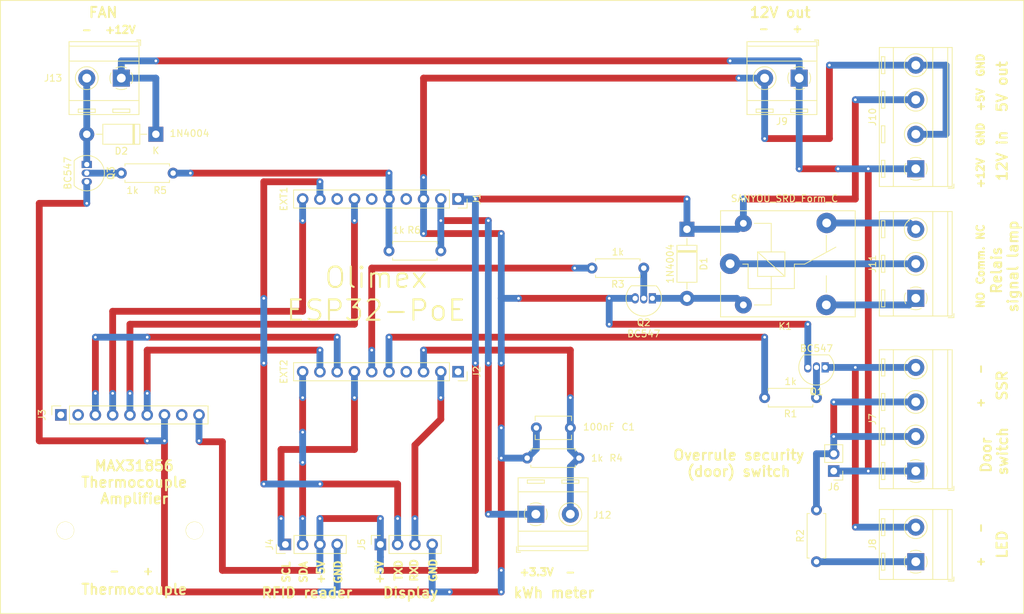
<source format=kicad_pcb>
(kicad_pcb (version 20171130) (host pcbnew 5.1.5+dfsg1-2build2)

  (general
    (thickness 1.6)
    (drawings 48)
    (tracks 304)
    (zones 0)
    (modules 28)
    (nets 28)
  )

  (page A4)
  (title_block
    (title "NodeOven (based on ESP32-PoE)")
    (date 2020-08-08)
    (rev "V0.1 Concept")
    (company "MakerSpace Leiden")
    (comment 1 "Hans Beerman")
  )

  (layers
    (0 F.Cu signal)
    (31 B.Cu signal)
    (32 B.Adhes user)
    (33 F.Adhes user)
    (34 B.Paste user)
    (35 F.Paste user)
    (36 B.SilkS user)
    (37 F.SilkS user)
    (38 B.Mask user)
    (39 F.Mask user)
    (40 Dwgs.User user)
    (41 Cmts.User user)
    (42 Eco1.User user)
    (43 Eco2.User user)
    (44 Edge.Cuts user)
    (45 Margin user)
    (46 B.CrtYd user)
    (47 F.CrtYd user)
    (48 B.Fab user)
    (49 F.Fab user)
  )

  (setup
    (last_trace_width 0.25)
    (user_trace_width 0.5)
    (user_trace_width 0.75)
    (user_trace_width 1)
    (user_trace_width 1.5)
    (user_trace_width 2)
    (trace_clearance 0.2)
    (zone_clearance 0.508)
    (zone_45_only no)
    (trace_min 0.2)
    (via_size 0.8)
    (via_drill 0.4)
    (via_min_size 0.4)
    (via_min_drill 0.3)
    (uvia_size 0.3)
    (uvia_drill 0.1)
    (uvias_allowed no)
    (uvia_min_size 0.2)
    (uvia_min_drill 0.1)
    (edge_width 0.05)
    (segment_width 0.2)
    (pcb_text_width 0.3)
    (pcb_text_size 1.5 1.5)
    (mod_edge_width 0.12)
    (mod_text_size 1 1)
    (mod_text_width 0.15)
    (pad_size 1.524 1.524)
    (pad_drill 0.762)
    (pad_to_mask_clearance 0.051)
    (solder_mask_min_width 0.25)
    (aux_axis_origin 0 0)
    (visible_elements FFFFFF7F)
    (pcbplotparams
      (layerselection 0x010fc_ffffffff)
      (usegerberextensions false)
      (usegerberattributes false)
      (usegerberadvancedattributes false)
      (creategerberjobfile false)
      (excludeedgelayer true)
      (linewidth 0.100000)
      (plotframeref false)
      (viasonmask false)
      (mode 1)
      (useauxorigin false)
      (hpglpennumber 1)
      (hpglpenspeed 20)
      (hpglpendiameter 15.000000)
      (psnegative false)
      (psa4output false)
      (plotreference true)
      (plotvalue true)
      (plotinvisibletext false)
      (padsonsilk false)
      (subtractmaskfromsilk false)
      (outputformat 1)
      (mirror false)
      (drillshape 1)
      (scaleselection 1)
      (outputdirectory ""))
  )

  (net 0 "")
  (net 1 GND)
  (net 2 GPI35)
  (net 3 "Net-(D1-Pad2)")
  (net 4 +5V)
  (net 5 GPIO5_SPI_C5)
  (net 6 GPIO4_U1TXD)
  (net 7 GPIO2_HS2_DATA0)
  (net 8 GPIO0)
  (net 9 GPIO13_I2C-SDA)
  (net 10 GPIO14_HS2_CLK)
  (net 11 GPIO15_HS2_CMD)
  (net 12 GPIO16_I2C-SCL)
  (net 13 GPIO32)
  (net 14 GPIO33)
  (net 15 GPI36_U1RXD)
  (net 16 "Net-(J6-Pad2)")
  (net 17 +12V)
  (net 18 "Net-(J7-Pad4)")
  (net 19 "Net-(J8-Pad1)")
  (net 20 "Net-(J11-Pad3)")
  (net 21 "Net-(J11-Pad2)")
  (net 22 "Net-(J11-Pad1)")
  (net 23 "Net-(Q1-Pad2)")
  (net 24 "Net-(Q2-Pad2)")
  (net 25 "Net-(Q3-Pad2)")
  (net 26 +3V3)
  (net 27 "Net-(D2-Pad2)")

  (net_class Default "This is the default net class."
    (clearance 0.2)
    (trace_width 0.25)
    (via_dia 0.8)
    (via_drill 0.4)
    (uvia_dia 0.3)
    (uvia_drill 0.1)
    (add_net +12V)
    (add_net +3V3)
    (add_net +5V)
    (add_net GND)
    (add_net GPI35)
    (add_net GPI36_U1RXD)
    (add_net GPIO0)
    (add_net GPIO13_I2C-SDA)
    (add_net GPIO14_HS2_CLK)
    (add_net GPIO15_HS2_CMD)
    (add_net GPIO16_I2C-SCL)
    (add_net GPIO2_HS2_DATA0)
    (add_net GPIO32)
    (add_net GPIO33)
    (add_net GPIO4_U1TXD)
    (add_net GPIO5_SPI_C5)
    (add_net "Net-(D1-Pad2)")
    (add_net "Net-(D2-Pad2)")
    (add_net "Net-(J11-Pad1)")
    (add_net "Net-(J11-Pad2)")
    (add_net "Net-(J11-Pad3)")
    (add_net "Net-(J6-Pad2)")
    (add_net "Net-(J7-Pad4)")
    (add_net "Net-(J8-Pad1)")
    (add_net "Net-(Q1-Pad2)")
    (add_net "Net-(Q2-Pad2)")
    (add_net "Net-(Q3-Pad2)")
  )

  (module MountingHole:MountingHole_2.5mm (layer F.Cu) (tedit 56D1B4CB) (tstamp 5F1C5550)
    (at 100.32 124.96)
    (descr "Mounting Hole 2.5mm, no annular")
    (tags "mounting hole 2.5mm no annular")
    (attr virtual)
    (fp_text reference REF** (at 0 -3.5) (layer F.SilkS) hide
      (effects (font (size 1 1) (thickness 0.15)))
    )
    (fp_text value MountingHole_2.5mm (at 0 3.5) (layer F.Fab)
      (effects (font (size 1 1) (thickness 0.15)))
    )
    (fp_circle (center 0 0) (end 2.75 0) (layer F.CrtYd) (width 0.05))
    (fp_circle (center 0 0) (end 2.5 0) (layer Cmts.User) (width 0.15))
    (fp_text user %R (at 0.3 0) (layer F.Fab)
      (effects (font (size 1 1) (thickness 0.15)))
    )
    (pad 1 np_thru_hole circle (at 0 0) (size 2.5 2.5) (drill 2.5) (layers *.Cu *.Mask))
  )

  (module MountingHole:MountingHole_2.5mm (layer F.Cu) (tedit 56D1B4CB) (tstamp 5F1C553A)
    (at 81.31 124.95)
    (descr "Mounting Hole 2.5mm, no annular")
    (tags "mounting hole 2.5mm no annular")
    (attr virtual)
    (fp_text reference REF** (at 0 -3.5) (layer F.SilkS) hide
      (effects (font (size 1 1) (thickness 0.15)))
    )
    (fp_text value MountingHole_2.5mm (at 0 3.5) (layer F.Fab)
      (effects (font (size 1 1) (thickness 0.15)))
    )
    (fp_circle (center 0 0) (end 2.75 0) (layer F.CrtYd) (width 0.05))
    (fp_circle (center 0 0) (end 2.5 0) (layer Cmts.User) (width 0.15))
    (fp_text user %R (at 0.3 0) (layer F.Fab)
      (effects (font (size 1 1) (thickness 0.15)))
    )
    (pad 1 np_thru_hole circle (at 0 0) (size 2.5 2.5) (drill 2.5) (layers *.Cu *.Mask))
  )

  (module Resistor_THT:R_Axial_DIN0207_L6.3mm_D2.5mm_P7.62mm_Horizontal (layer F.Cu) (tedit 5AE5139B) (tstamp 5F19E5DB)
    (at 128.905 83.82)
    (descr "Resistor, Axial_DIN0207 series, Axial, Horizontal, pin pitch=7.62mm, 0.25W = 1/4W, length*diameter=6.3*2.5mm^2, http://cdn-reichelt.de/documents/datenblatt/B400/1_4W%23YAG.pdf")
    (tags "Resistor Axial_DIN0207 series Axial Horizontal pin pitch 7.62mm 0.25W = 1/4W length 6.3mm diameter 2.5mm")
    (path /5F1A0E57)
    (fp_text reference R6 (at 3.683 -3.048) (layer F.SilkS)
      (effects (font (size 1 1) (thickness 0.15)))
    )
    (fp_text value 1k (at 1.397 -3.048) (layer F.SilkS)
      (effects (font (size 1 1) (thickness 0.15)))
    )
    (fp_text user %R (at 3.81 0) (layer F.Fab)
      (effects (font (size 1 1) (thickness 0.15)))
    )
    (fp_line (start 8.67 -1.5) (end -1.05 -1.5) (layer F.CrtYd) (width 0.05))
    (fp_line (start 8.67 1.5) (end 8.67 -1.5) (layer F.CrtYd) (width 0.05))
    (fp_line (start -1.05 1.5) (end 8.67 1.5) (layer F.CrtYd) (width 0.05))
    (fp_line (start -1.05 -1.5) (end -1.05 1.5) (layer F.CrtYd) (width 0.05))
    (fp_line (start 7.08 1.37) (end 7.08 1.04) (layer F.SilkS) (width 0.12))
    (fp_line (start 0.54 1.37) (end 7.08 1.37) (layer F.SilkS) (width 0.12))
    (fp_line (start 0.54 1.04) (end 0.54 1.37) (layer F.SilkS) (width 0.12))
    (fp_line (start 7.08 -1.37) (end 7.08 -1.04) (layer F.SilkS) (width 0.12))
    (fp_line (start 0.54 -1.37) (end 7.08 -1.37) (layer F.SilkS) (width 0.12))
    (fp_line (start 0.54 -1.04) (end 0.54 -1.37) (layer F.SilkS) (width 0.12))
    (fp_line (start 7.62 0) (end 6.96 0) (layer F.Fab) (width 0.1))
    (fp_line (start 0 0) (end 0.66 0) (layer F.Fab) (width 0.1))
    (fp_line (start 6.96 -1.25) (end 0.66 -1.25) (layer F.Fab) (width 0.1))
    (fp_line (start 6.96 1.25) (end 6.96 -1.25) (layer F.Fab) (width 0.1))
    (fp_line (start 0.66 1.25) (end 6.96 1.25) (layer F.Fab) (width 0.1))
    (fp_line (start 0.66 -1.25) (end 0.66 1.25) (layer F.Fab) (width 0.1))
    (pad 2 thru_hole oval (at 7.62 0) (size 1.6 1.6) (drill 0.8) (layers *.Cu *.Mask)
      (net 26 +3V3))
    (pad 1 thru_hole circle (at 0 0) (size 1.6 1.6) (drill 0.8) (layers *.Cu *.Mask)
      (net 8 GPIO0))
    (model ${KISYS3DMOD}/Resistor_THT.3dshapes/R_Axial_DIN0207_L6.3mm_D2.5mm_P7.62mm_Horizontal.wrl
      (at (xyz 0 0 0))
      (scale (xyz 1 1 1))
      (rotate (xyz 0 0 0))
    )
  )

  (module Package_TO_SOT_THT:TO-92_Inline (layer F.Cu) (tedit 5A1DD157) (tstamp 5F10EB62)
    (at 167.64 90.805 180)
    (descr "TO-92 leads in-line, narrow, oval pads, drill 0.75mm (see NXP sot054_po.pdf)")
    (tags "to-92 sc-43 sc-43a sot54 PA33 transistor")
    (path /5F15F6BB)
    (fp_text reference Q2 (at 1.27 -3.56) (layer F.SilkS)
      (effects (font (size 1 1) (thickness 0.15)))
    )
    (fp_text value BC547 (at 1.27 -5.207) (layer F.SilkS)
      (effects (font (size 1 1) (thickness 0.15)))
    )
    (fp_arc (start 1.27 0) (end 1.27 -2.6) (angle 135) (layer F.SilkS) (width 0.12))
    (fp_arc (start 1.27 0) (end 1.27 -2.48) (angle -135) (layer F.Fab) (width 0.1))
    (fp_arc (start 1.27 0) (end 1.27 -2.6) (angle -135) (layer F.SilkS) (width 0.12))
    (fp_arc (start 1.27 0) (end 1.27 -2.48) (angle 135) (layer F.Fab) (width 0.1))
    (fp_line (start 4 2.01) (end -1.46 2.01) (layer F.CrtYd) (width 0.05))
    (fp_line (start 4 2.01) (end 4 -2.73) (layer F.CrtYd) (width 0.05))
    (fp_line (start -1.46 -2.73) (end -1.46 2.01) (layer F.CrtYd) (width 0.05))
    (fp_line (start -1.46 -2.73) (end 4 -2.73) (layer F.CrtYd) (width 0.05))
    (fp_line (start -0.5 1.75) (end 3 1.75) (layer F.Fab) (width 0.1))
    (fp_line (start -0.53 1.85) (end 3.07 1.85) (layer F.SilkS) (width 0.12))
    (fp_text user %R (at 1.27 -3.56) (layer F.Fab)
      (effects (font (size 1 1) (thickness 0.15)))
    )
    (pad 1 thru_hole rect (at 0 0 180) (size 1.05 1.5) (drill 0.75) (layers *.Cu *.Mask)
      (net 3 "Net-(D1-Pad2)"))
    (pad 3 thru_hole oval (at 2.54 0 180) (size 1.05 1.5) (drill 0.75) (layers *.Cu *.Mask)
      (net 1 GND))
    (pad 2 thru_hole oval (at 1.27 0 180) (size 1.05 1.5) (drill 0.75) (layers *.Cu *.Mask)
      (net 24 "Net-(Q2-Pad2)"))
    (model ${KISYS3DMOD}/Package_TO_SOT_THT.3dshapes/TO-92_Inline.wrl
      (at (xyz 0 0 0))
      (scale (xyz 1 1 1))
      (rotate (xyz 0 0 0))
    )
  )

  (module Diode_THT:D_DO-41_SOD81_P10.16mm_Horizontal (layer F.Cu) (tedit 5AE50CD5) (tstamp 5F18814E)
    (at 94.615 66.675 180)
    (descr "Diode, DO-41_SOD81 series, Axial, Horizontal, pin pitch=10.16mm, , length*diameter=5.2*2.7mm^2, , http://www.diodes.com/_files/packages/DO-41%20(Plastic).pdf")
    (tags "Diode DO-41_SOD81 series Axial Horizontal pin pitch 10.16mm  length 5.2mm diameter 2.7mm")
    (path /5F18A85C)
    (fp_text reference D2 (at 5.08 -2.47) (layer F.SilkS)
      (effects (font (size 1 1) (thickness 0.15)))
    )
    (fp_text value 1N4004 (at -4.953 0.127) (layer F.SilkS)
      (effects (font (size 1 1) (thickness 0.15)))
    )
    (fp_text user K (at 0 -2.413) (layer F.SilkS)
      (effects (font (size 1 1) (thickness 0.15)))
    )
    (fp_text user K (at 0 2.413) (layer F.Fab)
      (effects (font (size 1 1) (thickness 0.15)))
    )
    (fp_text user %R (at 5.47 0) (layer F.Fab)
      (effects (font (size 1 1) (thickness 0.15)))
    )
    (fp_line (start 11.51 -1.6) (end -1.35 -1.6) (layer F.CrtYd) (width 0.05))
    (fp_line (start 11.51 1.6) (end 11.51 -1.6) (layer F.CrtYd) (width 0.05))
    (fp_line (start -1.35 1.6) (end 11.51 1.6) (layer F.CrtYd) (width 0.05))
    (fp_line (start -1.35 -1.6) (end -1.35 1.6) (layer F.CrtYd) (width 0.05))
    (fp_line (start 3.14 -1.47) (end 3.14 1.47) (layer F.SilkS) (width 0.12))
    (fp_line (start 3.38 -1.47) (end 3.38 1.47) (layer F.SilkS) (width 0.12))
    (fp_line (start 3.26 -1.47) (end 3.26 1.47) (layer F.SilkS) (width 0.12))
    (fp_line (start 8.82 0) (end 7.8 0) (layer F.SilkS) (width 0.12))
    (fp_line (start 1.34 0) (end 2.36 0) (layer F.SilkS) (width 0.12))
    (fp_line (start 7.8 -1.47) (end 2.36 -1.47) (layer F.SilkS) (width 0.12))
    (fp_line (start 7.8 1.47) (end 7.8 -1.47) (layer F.SilkS) (width 0.12))
    (fp_line (start 2.36 1.47) (end 7.8 1.47) (layer F.SilkS) (width 0.12))
    (fp_line (start 2.36 -1.47) (end 2.36 1.47) (layer F.SilkS) (width 0.12))
    (fp_line (start 3.16 -1.35) (end 3.16 1.35) (layer F.Fab) (width 0.1))
    (fp_line (start 3.36 -1.35) (end 3.36 1.35) (layer F.Fab) (width 0.1))
    (fp_line (start 3.26 -1.35) (end 3.26 1.35) (layer F.Fab) (width 0.1))
    (fp_line (start 10.16 0) (end 7.68 0) (layer F.Fab) (width 0.1))
    (fp_line (start 0 0) (end 2.48 0) (layer F.Fab) (width 0.1))
    (fp_line (start 7.68 -1.35) (end 2.48 -1.35) (layer F.Fab) (width 0.1))
    (fp_line (start 7.68 1.35) (end 7.68 -1.35) (layer F.Fab) (width 0.1))
    (fp_line (start 2.48 1.35) (end 7.68 1.35) (layer F.Fab) (width 0.1))
    (fp_line (start 2.48 -1.35) (end 2.48 1.35) (layer F.Fab) (width 0.1))
    (pad 2 thru_hole oval (at 10.16 0 180) (size 2.2 2.2) (drill 1.1) (layers *.Cu *.Mask)
      (net 27 "Net-(D2-Pad2)"))
    (pad 1 thru_hole rect (at 0 0 180) (size 2.2 2.2) (drill 1.1) (layers *.Cu *.Mask)
      (net 17 +12V))
    (model ${KISYS3DMOD}/Diode_THT.3dshapes/D_DO-41_SOD81_P10.16mm_Horizontal.wrl
      (at (xyz 0 0 0))
      (scale (xyz 1 1 1))
      (rotate (xyz 0 0 0))
    )
  )

  (module Connector_PinHeader_2.54mm:PinHeader_1x02_P2.54mm_Vertical (layer F.Cu) (tedit 59FED5CC) (tstamp 5F10E91C)
    (at 194.31 116.205 180)
    (descr "Through hole straight pin header, 1x02, 2.54mm pitch, single row")
    (tags "Through hole pin header THT 1x02 2.54mm single row")
    (path /5F17BE8C)
    (fp_text reference J6 (at 0 -2.33) (layer F.SilkS)
      (effects (font (size 1 1) (thickness 0.15)))
    )
    (fp_text value Conn_01x02 (at 0 4.87) (layer F.Fab)
      (effects (font (size 1 1) (thickness 0.15)))
    )
    (fp_text user %R (at 0 1.27 90) (layer F.Fab)
      (effects (font (size 1 1) (thickness 0.15)))
    )
    (fp_line (start 1.8 -1.8) (end -1.8 -1.8) (layer F.CrtYd) (width 0.05))
    (fp_line (start 1.8 4.35) (end 1.8 -1.8) (layer F.CrtYd) (width 0.05))
    (fp_line (start -1.8 4.35) (end 1.8 4.35) (layer F.CrtYd) (width 0.05))
    (fp_line (start -1.8 -1.8) (end -1.8 4.35) (layer F.CrtYd) (width 0.05))
    (fp_line (start -1.33 -1.33) (end 0 -1.33) (layer F.SilkS) (width 0.12))
    (fp_line (start -1.33 0) (end -1.33 -1.33) (layer F.SilkS) (width 0.12))
    (fp_line (start -1.33 1.27) (end 1.33 1.27) (layer F.SilkS) (width 0.12))
    (fp_line (start 1.33 1.27) (end 1.33 3.87) (layer F.SilkS) (width 0.12))
    (fp_line (start -1.33 1.27) (end -1.33 3.87) (layer F.SilkS) (width 0.12))
    (fp_line (start -1.33 3.87) (end 1.33 3.87) (layer F.SilkS) (width 0.12))
    (fp_line (start -1.27 -0.635) (end -0.635 -1.27) (layer F.Fab) (width 0.1))
    (fp_line (start -1.27 3.81) (end -1.27 -0.635) (layer F.Fab) (width 0.1))
    (fp_line (start 1.27 3.81) (end -1.27 3.81) (layer F.Fab) (width 0.1))
    (fp_line (start 1.27 -1.27) (end 1.27 3.81) (layer F.Fab) (width 0.1))
    (fp_line (start -0.635 -1.27) (end 1.27 -1.27) (layer F.Fab) (width 0.1))
    (pad 2 thru_hole oval (at 0 2.54 180) (size 1.7 1.7) (drill 1) (layers *.Cu *.Mask)
      (net 16 "Net-(J6-Pad2)"))
    (pad 1 thru_hole rect (at 0 0 180) (size 1.7 1.7) (drill 1) (layers *.Cu *.Mask)
      (net 17 +12V))
    (model ${KISYS3DMOD}/Connector_PinHeader_2.54mm.3dshapes/PinHeader_1x02_P2.54mm_Vertical.wrl
      (at (xyz 0 0 0))
      (scale (xyz 1 1 1))
      (rotate (xyz 0 0 0))
    )
  )

  (module Resistor_THT:R_Axial_DIN0207_L6.3mm_D2.5mm_P7.62mm_Horizontal (layer F.Cu) (tedit 5AE5139B) (tstamp 5F10EBE7)
    (at 89.535 72.39)
    (descr "Resistor, Axial_DIN0207 series, Axial, Horizontal, pin pitch=7.62mm, 0.25W = 1/4W, length*diameter=6.3*2.5mm^2, http://cdn-reichelt.de/documents/datenblatt/B400/1_4W%23YAG.pdf")
    (tags "Resistor Axial_DIN0207 series Axial Horizontal pin pitch 7.62mm 0.25W = 1/4W length 6.3mm diameter 2.5mm")
    (path /5F16FDB7)
    (fp_text reference R5 (at 5.715 2.54) (layer F.SilkS)
      (effects (font (size 1 1) (thickness 0.15)))
    )
    (fp_text value 1k (at 1.651 2.54) (layer F.SilkS)
      (effects (font (size 1 1) (thickness 0.15)))
    )
    (fp_text user %R (at 3.81 0) (layer F.Fab)
      (effects (font (size 1 1) (thickness 0.15)))
    )
    (fp_line (start 8.67 -1.5) (end -1.05 -1.5) (layer F.CrtYd) (width 0.05))
    (fp_line (start 8.67 1.5) (end 8.67 -1.5) (layer F.CrtYd) (width 0.05))
    (fp_line (start -1.05 1.5) (end 8.67 1.5) (layer F.CrtYd) (width 0.05))
    (fp_line (start -1.05 -1.5) (end -1.05 1.5) (layer F.CrtYd) (width 0.05))
    (fp_line (start 7.08 1.37) (end 7.08 1.04) (layer F.SilkS) (width 0.12))
    (fp_line (start 0.54 1.37) (end 7.08 1.37) (layer F.SilkS) (width 0.12))
    (fp_line (start 0.54 1.04) (end 0.54 1.37) (layer F.SilkS) (width 0.12))
    (fp_line (start 7.08 -1.37) (end 7.08 -1.04) (layer F.SilkS) (width 0.12))
    (fp_line (start 0.54 -1.37) (end 7.08 -1.37) (layer F.SilkS) (width 0.12))
    (fp_line (start 0.54 -1.04) (end 0.54 -1.37) (layer F.SilkS) (width 0.12))
    (fp_line (start 7.62 0) (end 6.96 0) (layer F.Fab) (width 0.1))
    (fp_line (start 0 0) (end 0.66 0) (layer F.Fab) (width 0.1))
    (fp_line (start 6.96 -1.25) (end 0.66 -1.25) (layer F.Fab) (width 0.1))
    (fp_line (start 6.96 1.25) (end 6.96 -1.25) (layer F.Fab) (width 0.1))
    (fp_line (start 0.66 1.25) (end 6.96 1.25) (layer F.Fab) (width 0.1))
    (fp_line (start 0.66 -1.25) (end 0.66 1.25) (layer F.Fab) (width 0.1))
    (pad 2 thru_hole oval (at 7.62 0) (size 1.6 1.6) (drill 0.8) (layers *.Cu *.Mask)
      (net 8 GPIO0))
    (pad 1 thru_hole circle (at 0 0) (size 1.6 1.6) (drill 0.8) (layers *.Cu *.Mask)
      (net 25 "Net-(Q3-Pad2)"))
    (model ${KISYS3DMOD}/Resistor_THT.3dshapes/R_Axial_DIN0207_L6.3mm_D2.5mm_P7.62mm_Horizontal.wrl
      (at (xyz 0 0 0))
      (scale (xyz 1 1 1))
      (rotate (xyz 0 0 0))
    )
  )

  (module Resistor_THT:R_Axial_DIN0207_L6.3mm_D2.5mm_P7.62mm_Horizontal (layer F.Cu) (tedit 5AE5139B) (tstamp 5F10EBD0)
    (at 149.225 114.3)
    (descr "Resistor, Axial_DIN0207 series, Axial, Horizontal, pin pitch=7.62mm, 0.25W = 1/4W, length*diameter=6.3*2.5mm^2, http://cdn-reichelt.de/documents/datenblatt/B400/1_4W%23YAG.pdf")
    (tags "Resistor Axial_DIN0207 series Axial Horizontal pin pitch 7.62mm 0.25W = 1/4W length 6.3mm diameter 2.5mm")
    (path /5F10758E)
    (fp_text reference R4 (at 13.081 0) (layer F.SilkS)
      (effects (font (size 1 1) (thickness 0.15)))
    )
    (fp_text value 1k (at 10.287 0) (layer F.SilkS)
      (effects (font (size 1 1) (thickness 0.15)))
    )
    (fp_text user %R (at 3.81 0) (layer F.Fab)
      (effects (font (size 1 1) (thickness 0.15)))
    )
    (fp_line (start 8.67 -1.5) (end -1.05 -1.5) (layer F.CrtYd) (width 0.05))
    (fp_line (start 8.67 1.5) (end 8.67 -1.5) (layer F.CrtYd) (width 0.05))
    (fp_line (start -1.05 1.5) (end 8.67 1.5) (layer F.CrtYd) (width 0.05))
    (fp_line (start -1.05 -1.5) (end -1.05 1.5) (layer F.CrtYd) (width 0.05))
    (fp_line (start 7.08 1.37) (end 7.08 1.04) (layer F.SilkS) (width 0.12))
    (fp_line (start 0.54 1.37) (end 7.08 1.37) (layer F.SilkS) (width 0.12))
    (fp_line (start 0.54 1.04) (end 0.54 1.37) (layer F.SilkS) (width 0.12))
    (fp_line (start 7.08 -1.37) (end 7.08 -1.04) (layer F.SilkS) (width 0.12))
    (fp_line (start 0.54 -1.37) (end 7.08 -1.37) (layer F.SilkS) (width 0.12))
    (fp_line (start 0.54 -1.04) (end 0.54 -1.37) (layer F.SilkS) (width 0.12))
    (fp_line (start 7.62 0) (end 6.96 0) (layer F.Fab) (width 0.1))
    (fp_line (start 0 0) (end 0.66 0) (layer F.Fab) (width 0.1))
    (fp_line (start 6.96 -1.25) (end 0.66 -1.25) (layer F.Fab) (width 0.1))
    (fp_line (start 6.96 1.25) (end 6.96 -1.25) (layer F.Fab) (width 0.1))
    (fp_line (start 0.66 1.25) (end 6.96 1.25) (layer F.Fab) (width 0.1))
    (fp_line (start 0.66 -1.25) (end 0.66 1.25) (layer F.Fab) (width 0.1))
    (pad 2 thru_hole oval (at 7.62 0) (size 1.6 1.6) (drill 0.8) (layers *.Cu *.Mask)
      (net 2 GPI35))
    (pad 1 thru_hole circle (at 0 0) (size 1.6 1.6) (drill 0.8) (layers *.Cu *.Mask)
      (net 1 GND))
    (model ${KISYS3DMOD}/Resistor_THT.3dshapes/R_Axial_DIN0207_L6.3mm_D2.5mm_P7.62mm_Horizontal.wrl
      (at (xyz 0 0 0))
      (scale (xyz 1 1 1))
      (rotate (xyz 0 0 0))
    )
  )

  (module Resistor_THT:R_Axial_DIN0207_L6.3mm_D2.5mm_P7.62mm_Horizontal (layer F.Cu) (tedit 5AE5139B) (tstamp 5F10EBB9)
    (at 166.37 86.36 180)
    (descr "Resistor, Axial_DIN0207 series, Axial, Horizontal, pin pitch=7.62mm, 0.25W = 1/4W, length*diameter=6.3*2.5mm^2, http://cdn-reichelt.de/documents/datenblatt/B400/1_4W%23YAG.pdf")
    (tags "Resistor Axial_DIN0207 series Axial Horizontal pin pitch 7.62mm 0.25W = 1/4W length 6.3mm diameter 2.5mm")
    (path /5F15F6CC)
    (fp_text reference R3 (at 3.81 -2.37) (layer F.SilkS)
      (effects (font (size 1 1) (thickness 0.15)))
    )
    (fp_text value 1k (at 3.81 2.37) (layer F.SilkS)
      (effects (font (size 1 1) (thickness 0.15)))
    )
    (fp_text user %R (at 3.81 0) (layer F.Fab)
      (effects (font (size 1 1) (thickness 0.15)))
    )
    (fp_line (start 8.67 -1.5) (end -1.05 -1.5) (layer F.CrtYd) (width 0.05))
    (fp_line (start 8.67 1.5) (end 8.67 -1.5) (layer F.CrtYd) (width 0.05))
    (fp_line (start -1.05 1.5) (end 8.67 1.5) (layer F.CrtYd) (width 0.05))
    (fp_line (start -1.05 -1.5) (end -1.05 1.5) (layer F.CrtYd) (width 0.05))
    (fp_line (start 7.08 1.37) (end 7.08 1.04) (layer F.SilkS) (width 0.12))
    (fp_line (start 0.54 1.37) (end 7.08 1.37) (layer F.SilkS) (width 0.12))
    (fp_line (start 0.54 1.04) (end 0.54 1.37) (layer F.SilkS) (width 0.12))
    (fp_line (start 7.08 -1.37) (end 7.08 -1.04) (layer F.SilkS) (width 0.12))
    (fp_line (start 0.54 -1.37) (end 7.08 -1.37) (layer F.SilkS) (width 0.12))
    (fp_line (start 0.54 -1.04) (end 0.54 -1.37) (layer F.SilkS) (width 0.12))
    (fp_line (start 7.62 0) (end 6.96 0) (layer F.Fab) (width 0.1))
    (fp_line (start 0 0) (end 0.66 0) (layer F.Fab) (width 0.1))
    (fp_line (start 6.96 -1.25) (end 0.66 -1.25) (layer F.Fab) (width 0.1))
    (fp_line (start 6.96 1.25) (end 6.96 -1.25) (layer F.Fab) (width 0.1))
    (fp_line (start 0.66 1.25) (end 6.96 1.25) (layer F.Fab) (width 0.1))
    (fp_line (start 0.66 -1.25) (end 0.66 1.25) (layer F.Fab) (width 0.1))
    (pad 2 thru_hole oval (at 7.62 0 180) (size 1.6 1.6) (drill 0.8) (layers *.Cu *.Mask)
      (net 13 GPIO32))
    (pad 1 thru_hole circle (at 0 0 180) (size 1.6 1.6) (drill 0.8) (layers *.Cu *.Mask)
      (net 24 "Net-(Q2-Pad2)"))
    (model ${KISYS3DMOD}/Resistor_THT.3dshapes/R_Axial_DIN0207_L6.3mm_D2.5mm_P7.62mm_Horizontal.wrl
      (at (xyz 0 0 0))
      (scale (xyz 1 1 1))
      (rotate (xyz 0 0 0))
    )
  )

  (module Resistor_THT:R_Axial_DIN0207_L6.3mm_D2.5mm_P7.62mm_Horizontal (layer F.Cu) (tedit 5AE5139B) (tstamp 5F10EBA2)
    (at 191.77 129.54 90)
    (descr "Resistor, Axial_DIN0207 series, Axial, Horizontal, pin pitch=7.62mm, 0.25W = 1/4W, length*diameter=6.3*2.5mm^2, http://cdn-reichelt.de/documents/datenblatt/B400/1_4W%23YAG.pdf")
    (tags "Resistor Axial_DIN0207 series Axial Horizontal pin pitch 7.62mm 0.25W = 1/4W length 6.3mm diameter 2.5mm")
    (path /5F1A2CE6)
    (fp_text reference R2 (at 3.81 -2.37 90) (layer F.SilkS)
      (effects (font (size 1 1) (thickness 0.15)))
    )
    (fp_text value 1k (at 3.81 2.37 90) (layer F.Fab)
      (effects (font (size 1 1) (thickness 0.15)))
    )
    (fp_text user %R (at 3.81 0 90) (layer F.Fab)
      (effects (font (size 1 1) (thickness 0.15)))
    )
    (fp_line (start 8.67 -1.5) (end -1.05 -1.5) (layer F.CrtYd) (width 0.05))
    (fp_line (start 8.67 1.5) (end 8.67 -1.5) (layer F.CrtYd) (width 0.05))
    (fp_line (start -1.05 1.5) (end 8.67 1.5) (layer F.CrtYd) (width 0.05))
    (fp_line (start -1.05 -1.5) (end -1.05 1.5) (layer F.CrtYd) (width 0.05))
    (fp_line (start 7.08 1.37) (end 7.08 1.04) (layer F.SilkS) (width 0.12))
    (fp_line (start 0.54 1.37) (end 7.08 1.37) (layer F.SilkS) (width 0.12))
    (fp_line (start 0.54 1.04) (end 0.54 1.37) (layer F.SilkS) (width 0.12))
    (fp_line (start 7.08 -1.37) (end 7.08 -1.04) (layer F.SilkS) (width 0.12))
    (fp_line (start 0.54 -1.37) (end 7.08 -1.37) (layer F.SilkS) (width 0.12))
    (fp_line (start 0.54 -1.04) (end 0.54 -1.37) (layer F.SilkS) (width 0.12))
    (fp_line (start 7.62 0) (end 6.96 0) (layer F.Fab) (width 0.1))
    (fp_line (start 0 0) (end 0.66 0) (layer F.Fab) (width 0.1))
    (fp_line (start 6.96 -1.25) (end 0.66 -1.25) (layer F.Fab) (width 0.1))
    (fp_line (start 6.96 1.25) (end 6.96 -1.25) (layer F.Fab) (width 0.1))
    (fp_line (start 0.66 1.25) (end 6.96 1.25) (layer F.Fab) (width 0.1))
    (fp_line (start 0.66 -1.25) (end 0.66 1.25) (layer F.Fab) (width 0.1))
    (pad 2 thru_hole oval (at 7.62 0 90) (size 1.6 1.6) (drill 0.8) (layers *.Cu *.Mask)
      (net 16 "Net-(J6-Pad2)"))
    (pad 1 thru_hole circle (at 0 0 90) (size 1.6 1.6) (drill 0.8) (layers *.Cu *.Mask)
      (net 19 "Net-(J8-Pad1)"))
    (model ${KISYS3DMOD}/Resistor_THT.3dshapes/R_Axial_DIN0207_L6.3mm_D2.5mm_P7.62mm_Horizontal.wrl
      (at (xyz 0 0 0))
      (scale (xyz 1 1 1))
      (rotate (xyz 0 0 0))
    )
  )

  (module Resistor_THT:R_Axial_DIN0207_L6.3mm_D2.5mm_P7.62mm_Horizontal (layer F.Cu) (tedit 5AE5139B) (tstamp 5F10EB8B)
    (at 191.77 105.41 180)
    (descr "Resistor, Axial_DIN0207 series, Axial, Horizontal, pin pitch=7.62mm, 0.25W = 1/4W, length*diameter=6.3*2.5mm^2, http://cdn-reichelt.de/documents/datenblatt/B400/1_4W%23YAG.pdf")
    (tags "Resistor Axial_DIN0207 series Axial Horizontal pin pitch 7.62mm 0.25W = 1/4W length 6.3mm diameter 2.5mm")
    (path /5F1070CE)
    (fp_text reference R1 (at 3.81 -2.37) (layer F.SilkS)
      (effects (font (size 1 1) (thickness 0.15)))
    )
    (fp_text value 1k (at 3.81 2.37) (layer F.SilkS)
      (effects (font (size 1 1) (thickness 0.15)))
    )
    (fp_text user %R (at 3.81 0) (layer F.Fab)
      (effects (font (size 1 1) (thickness 0.15)))
    )
    (fp_line (start 8.67 -1.5) (end -1.05 -1.5) (layer F.CrtYd) (width 0.05))
    (fp_line (start 8.67 1.5) (end 8.67 -1.5) (layer F.CrtYd) (width 0.05))
    (fp_line (start -1.05 1.5) (end 8.67 1.5) (layer F.CrtYd) (width 0.05))
    (fp_line (start -1.05 -1.5) (end -1.05 1.5) (layer F.CrtYd) (width 0.05))
    (fp_line (start 7.08 1.37) (end 7.08 1.04) (layer F.SilkS) (width 0.12))
    (fp_line (start 0.54 1.37) (end 7.08 1.37) (layer F.SilkS) (width 0.12))
    (fp_line (start 0.54 1.04) (end 0.54 1.37) (layer F.SilkS) (width 0.12))
    (fp_line (start 7.08 -1.37) (end 7.08 -1.04) (layer F.SilkS) (width 0.12))
    (fp_line (start 0.54 -1.37) (end 7.08 -1.37) (layer F.SilkS) (width 0.12))
    (fp_line (start 0.54 -1.04) (end 0.54 -1.37) (layer F.SilkS) (width 0.12))
    (fp_line (start 7.62 0) (end 6.96 0) (layer F.Fab) (width 0.1))
    (fp_line (start 0 0) (end 0.66 0) (layer F.Fab) (width 0.1))
    (fp_line (start 6.96 -1.25) (end 0.66 -1.25) (layer F.Fab) (width 0.1))
    (fp_line (start 6.96 1.25) (end 6.96 -1.25) (layer F.Fab) (width 0.1))
    (fp_line (start 0.66 1.25) (end 6.96 1.25) (layer F.Fab) (width 0.1))
    (fp_line (start 0.66 -1.25) (end 0.66 1.25) (layer F.Fab) (width 0.1))
    (pad 2 thru_hole oval (at 7.62 0 180) (size 1.6 1.6) (drill 0.8) (layers *.Cu *.Mask)
      (net 14 GPIO33))
    (pad 1 thru_hole circle (at 0 0 180) (size 1.6 1.6) (drill 0.8) (layers *.Cu *.Mask)
      (net 23 "Net-(Q1-Pad2)"))
    (model ${KISYS3DMOD}/Resistor_THT.3dshapes/R_Axial_DIN0207_L6.3mm_D2.5mm_P7.62mm_Horizontal.wrl
      (at (xyz 0 0 0))
      (scale (xyz 1 1 1))
      (rotate (xyz 0 0 0))
    )
  )

  (module Package_TO_SOT_THT:TO-92_Inline (layer F.Cu) (tedit 5A1DD157) (tstamp 5F10EB74)
    (at 84.455 71.12 270)
    (descr "TO-92 leads in-line, narrow, oval pads, drill 0.75mm (see NXP sot054_po.pdf)")
    (tags "to-92 sc-43 sc-43a sot54 PA33 transistor")
    (path /5F16FDAA)
    (fp_text reference Q3 (at 1.27 -3.56 90) (layer F.SilkS)
      (effects (font (size 1 1) (thickness 0.15)))
    )
    (fp_text value BC547 (at 1.27 2.79 90) (layer F.SilkS)
      (effects (font (size 1 1) (thickness 0.15)))
    )
    (fp_arc (start 1.27 0) (end 1.27 -2.6) (angle 135) (layer F.SilkS) (width 0.12))
    (fp_arc (start 1.27 0) (end 1.27 -2.48) (angle -135) (layer F.Fab) (width 0.1))
    (fp_arc (start 1.27 0) (end 1.27 -2.6) (angle -135) (layer F.SilkS) (width 0.12))
    (fp_arc (start 1.27 0) (end 1.27 -2.48) (angle 135) (layer F.Fab) (width 0.1))
    (fp_line (start 4 2.01) (end -1.46 2.01) (layer F.CrtYd) (width 0.05))
    (fp_line (start 4 2.01) (end 4 -2.73) (layer F.CrtYd) (width 0.05))
    (fp_line (start -1.46 -2.73) (end -1.46 2.01) (layer F.CrtYd) (width 0.05))
    (fp_line (start -1.46 -2.73) (end 4 -2.73) (layer F.CrtYd) (width 0.05))
    (fp_line (start -0.5 1.75) (end 3 1.75) (layer F.Fab) (width 0.1))
    (fp_line (start -0.53 1.85) (end 3.07 1.85) (layer F.SilkS) (width 0.12))
    (fp_text user %R (at 1.27 -3.56 90) (layer F.Fab)
      (effects (font (size 1 1) (thickness 0.15)))
    )
    (pad 1 thru_hole rect (at 0 0 270) (size 1.05 1.5) (drill 0.75) (layers *.Cu *.Mask)
      (net 27 "Net-(D2-Pad2)"))
    (pad 3 thru_hole oval (at 2.54 0 270) (size 1.05 1.5) (drill 0.75) (layers *.Cu *.Mask)
      (net 1 GND))
    (pad 2 thru_hole oval (at 1.27 0 270) (size 1.05 1.5) (drill 0.75) (layers *.Cu *.Mask)
      (net 25 "Net-(Q3-Pad2)"))
    (model ${KISYS3DMOD}/Package_TO_SOT_THT.3dshapes/TO-92_Inline.wrl
      (at (xyz 0 0 0))
      (scale (xyz 1 1 1))
      (rotate (xyz 0 0 0))
    )
  )

  (module Package_TO_SOT_THT:TO-92_Inline (layer F.Cu) (tedit 5A1DD157) (tstamp 5F10EB50)
    (at 193.04 100.965 180)
    (descr "TO-92 leads in-line, narrow, oval pads, drill 0.75mm (see NXP sot054_po.pdf)")
    (tags "to-92 sc-43 sc-43a sot54 PA33 transistor")
    (path /5F101B2E)
    (fp_text reference Q1 (at 1.27 -3.56) (layer F.SilkS)
      (effects (font (size 1 1) (thickness 0.15)))
    )
    (fp_text value BC547 (at 1.27 2.79) (layer F.SilkS)
      (effects (font (size 1 1) (thickness 0.15)))
    )
    (fp_arc (start 1.27 0) (end 1.27 -2.6) (angle 135) (layer F.SilkS) (width 0.12))
    (fp_arc (start 1.27 0) (end 1.27 -2.48) (angle -135) (layer F.Fab) (width 0.1))
    (fp_arc (start 1.27 0) (end 1.27 -2.6) (angle -135) (layer F.SilkS) (width 0.12))
    (fp_arc (start 1.27 0) (end 1.27 -2.48) (angle 135) (layer F.Fab) (width 0.1))
    (fp_line (start 4 2.01) (end -1.46 2.01) (layer F.CrtYd) (width 0.05))
    (fp_line (start 4 2.01) (end 4 -2.73) (layer F.CrtYd) (width 0.05))
    (fp_line (start -1.46 -2.73) (end -1.46 2.01) (layer F.CrtYd) (width 0.05))
    (fp_line (start -1.46 -2.73) (end 4 -2.73) (layer F.CrtYd) (width 0.05))
    (fp_line (start -0.5 1.75) (end 3 1.75) (layer F.Fab) (width 0.1))
    (fp_line (start -0.53 1.85) (end 3.07 1.85) (layer F.SilkS) (width 0.12))
    (fp_text user %R (at 1.27 -3.56) (layer F.Fab)
      (effects (font (size 1 1) (thickness 0.15)))
    )
    (pad 1 thru_hole rect (at 0 0 180) (size 1.05 1.5) (drill 0.75) (layers *.Cu *.Mask)
      (net 18 "Net-(J7-Pad4)"))
    (pad 3 thru_hole oval (at 2.54 0 180) (size 1.05 1.5) (drill 0.75) (layers *.Cu *.Mask)
      (net 1 GND))
    (pad 2 thru_hole oval (at 1.27 0 180) (size 1.05 1.5) (drill 0.75) (layers *.Cu *.Mask)
      (net 23 "Net-(Q1-Pad2)"))
    (model ${KISYS3DMOD}/Package_TO_SOT_THT.3dshapes/TO-92_Inline.wrl
      (at (xyz 0 0 0))
      (scale (xyz 1 1 1))
      (rotate (xyz 0 0 0))
    )
  )

  (module Relay_THT:Relay_SPDT_SANYOU_SRD_Series_Form_C (layer F.Cu) (tedit 58FA3148) (tstamp 5F10EB3E)
    (at 179.07 85.725)
    (descr "relay Sanyou SRD series Form C http://www.sanyourelay.ca/public/products/pdf/SRD.pdf")
    (tags "relay Sanyu SRD form C")
    (path /5F15F6B5)
    (fp_text reference K1 (at 8.1 9.2) (layer F.SilkS)
      (effects (font (size 1 1) (thickness 0.15)))
    )
    (fp_text value SANYOU_SRD_Form_C (at 8 -9.6) (layer F.SilkS)
      (effects (font (size 1 1) (thickness 0.15)))
    )
    (fp_line (start 8.05 1.85) (end 4.05 1.85) (layer F.SilkS) (width 0.12))
    (fp_line (start 8.05 -1.75) (end 8.05 1.85) (layer F.SilkS) (width 0.12))
    (fp_line (start 4.05 -1.75) (end 8.05 -1.75) (layer F.SilkS) (width 0.12))
    (fp_line (start 4.05 1.85) (end 4.05 -1.75) (layer F.SilkS) (width 0.12))
    (fp_line (start 8.05 1.85) (end 4.05 -1.75) (layer F.SilkS) (width 0.12))
    (fp_line (start 6.05 1.85) (end 6.05 6.05) (layer F.SilkS) (width 0.12))
    (fp_line (start 6.05 -5.95) (end 6.05 -1.75) (layer F.SilkS) (width 0.12))
    (fp_line (start 2.65 0.05) (end 2.65 3.65) (layer F.SilkS) (width 0.12))
    (fp_line (start 9.45 0.05) (end 9.45 3.65) (layer F.SilkS) (width 0.12))
    (fp_line (start 9.45 3.65) (end 2.65 3.65) (layer F.SilkS) (width 0.12))
    (fp_line (start 10.95 0.05) (end 15.55 -2.45) (layer F.SilkS) (width 0.12))
    (fp_line (start 9.45 0.05) (end 10.95 0.05) (layer F.SilkS) (width 0.12))
    (fp_line (start 6.05 -5.95) (end 3.55 -5.95) (layer F.SilkS) (width 0.12))
    (fp_line (start 2.65 0.05) (end 1.85 0.05) (layer F.SilkS) (width 0.12))
    (fp_line (start 3.55 6.05) (end 6.05 6.05) (layer F.SilkS) (width 0.12))
    (fp_line (start 14.15 -4.2) (end 14.15 -1.7) (layer F.SilkS) (width 0.12))
    (fp_line (start 14.15 4.2) (end 14.15 1.75) (layer F.SilkS) (width 0.12))
    (fp_line (start -1.55 7.95) (end 18.55 7.95) (layer F.CrtYd) (width 0.05))
    (fp_line (start 18.55 -7.95) (end 18.55 7.95) (layer F.CrtYd) (width 0.05))
    (fp_line (start -1.55 7.95) (end -1.55 -7.95) (layer F.CrtYd) (width 0.05))
    (fp_line (start 18.55 -7.95) (end -1.55 -7.95) (layer F.CrtYd) (width 0.05))
    (fp_text user %R (at 7.1 0.025) (layer F.Fab)
      (effects (font (size 1 1) (thickness 0.15)))
    )
    (fp_line (start -1.3 7.7) (end -1.3 -7.7) (layer F.Fab) (width 0.12))
    (fp_line (start 18.3 7.7) (end -1.3 7.7) (layer F.Fab) (width 0.12))
    (fp_line (start 18.3 -7.7) (end 18.3 7.7) (layer F.Fab) (width 0.12))
    (fp_line (start -1.3 -7.7) (end 18.3 -7.7) (layer F.Fab) (width 0.12))
    (fp_text user 1 (at 0 -2.3) (layer F.Fab)
      (effects (font (size 1 1) (thickness 0.15)))
    )
    (fp_line (start 18.4 7.8) (end -1.4 7.8) (layer F.SilkS) (width 0.12))
    (fp_line (start 18.4 -7.8) (end 18.4 7.8) (layer F.SilkS) (width 0.12))
    (fp_line (start -1.4 -7.8) (end 18.4 -7.8) (layer F.SilkS) (width 0.12))
    (fp_line (start -1.4 -7.8) (end -1.4 -1.2) (layer F.SilkS) (width 0.12))
    (fp_line (start -1.4 1.2) (end -1.4 7.8) (layer F.SilkS) (width 0.12))
    (pad 1 thru_hole circle (at 0 0 90) (size 3 3) (drill 1.3) (layers *.Cu *.Mask)
      (net 21 "Net-(J11-Pad2)"))
    (pad 5 thru_hole circle (at 1.95 -5.95 90) (size 2.5 2.5) (drill 1) (layers *.Cu *.Mask)
      (net 4 +5V))
    (pad 4 thru_hole circle (at 14.2 -6 90) (size 3 3) (drill 1.3) (layers *.Cu *.Mask)
      (net 20 "Net-(J11-Pad3)"))
    (pad 3 thru_hole circle (at 14.15 6.05 90) (size 3 3) (drill 1.3) (layers *.Cu *.Mask)
      (net 22 "Net-(J11-Pad1)"))
    (pad 2 thru_hole circle (at 1.95 6.05 90) (size 2.5 2.5) (drill 1) (layers *.Cu *.Mask)
      (net 3 "Net-(D1-Pad2)"))
    (model ${KISYS3DMOD}/Relay_THT.3dshapes/Relay_SPDT_SANYOU_SRD_Series_Form_C.wrl
      (at (xyz 0 0 0))
      (scale (xyz 1 1 1))
      (rotate (xyz 0 0 0))
    )
  )

  (module TerminalBlock_RND:TerminalBlock_RND_205-00287_1x02_P5.08mm_Horizontal (layer F.Cu) (tedit 5B294ECF) (tstamp 5F10EB15)
    (at 89.535 58.42 180)
    (descr "terminal block RND 205-00287, 2 pins, pitch 5.08mm, size 10.2x10.6mm^2, drill diamater 1.3mm, pad diameter 2.5mm, see http://cdn-reichelt.de/documents/datenblatt/C151/RND_205-00287_DB_EN.pdf, script-generated using https://github.com/pointhi/kicad-footprint-generator/scripts/TerminalBlock_RND")
    (tags "THT terminal block RND 205-00287 pitch 5.08mm size 10.2x10.6mm^2 drill 1.3mm pad 2.5mm")
    (path /5F165976)
    (fp_text reference J13 (at 10.033 0) (layer F.SilkS)
      (effects (font (size 1 1) (thickness 0.15)))
    )
    (fp_text value Screw_Terminal_01x02 (at 2.54 6.36) (layer F.Fab)
      (effects (font (size 1 1) (thickness 0.15)))
    )
    (fp_text user %R (at 10.033 -1.778) (layer F.Fab)
      (effects (font (size 1 1) (thickness 0.15)))
    )
    (fp_line (start 8.13 -5.8) (end -3.04 -5.8) (layer F.CrtYd) (width 0.05))
    (fp_line (start 8.13 5.8) (end 8.13 -5.8) (layer F.CrtYd) (width 0.05))
    (fp_line (start -3.04 5.8) (end 8.13 5.8) (layer F.CrtYd) (width 0.05))
    (fp_line (start -3.04 -5.8) (end -3.04 5.8) (layer F.CrtYd) (width 0.05))
    (fp_line (start -2.84 5.6) (end -2.24 5.6) (layer F.SilkS) (width 0.12))
    (fp_line (start -2.84 4.76) (end -2.84 5.6) (layer F.SilkS) (width 0.12))
    (fp_line (start 6.33 -5.05) (end 6.33 -4.55) (layer F.SilkS) (width 0.12))
    (fp_line (start 3.83 -5.05) (end 3.83 -4.55) (layer F.SilkS) (width 0.12))
    (fp_line (start 3.83 -4.55) (end 6.33 -4.55) (layer F.SilkS) (width 0.12))
    (fp_line (start 3.83 -5.05) (end 6.33 -5.05) (layer F.SilkS) (width 0.12))
    (fp_line (start 6.33 -5.05) (end 3.83 -5.05) (layer F.Fab) (width 0.1))
    (fp_line (start 6.33 -4.55) (end 6.33 -5.05) (layer F.Fab) (width 0.1))
    (fp_line (start 3.83 -4.55) (end 6.33 -4.55) (layer F.Fab) (width 0.1))
    (fp_line (start 3.83 -5.05) (end 3.83 -4.55) (layer F.Fab) (width 0.1))
    (fp_line (start 3.9 0.976) (end 3.806 1.069) (layer F.SilkS) (width 0.12))
    (fp_line (start 6.15 -1.275) (end 6.091 -1.216) (layer F.SilkS) (width 0.12))
    (fp_line (start 4.07 1.216) (end 4.011 1.274) (layer F.SilkS) (width 0.12))
    (fp_line (start 6.355 -1.069) (end 6.261 -0.976) (layer F.SilkS) (width 0.12))
    (fp_line (start 6.035 -1.138) (end 3.943 0.955) (layer F.Fab) (width 0.1))
    (fp_line (start 6.218 -0.955) (end 4.126 1.138) (layer F.Fab) (width 0.1))
    (fp_line (start 1.25 -5.05) (end 1.25 -4.55) (layer F.SilkS) (width 0.12))
    (fp_line (start -1.25 -5.05) (end -1.25 -4.55) (layer F.SilkS) (width 0.12))
    (fp_line (start -1.25 -4.55) (end 1.25 -4.55) (layer F.SilkS) (width 0.12))
    (fp_line (start -1.25 -5.05) (end 1.25 -5.05) (layer F.SilkS) (width 0.12))
    (fp_line (start 1.25 -5.05) (end -1.25 -5.05) (layer F.Fab) (width 0.1))
    (fp_line (start 1.25 -4.55) (end 1.25 -5.05) (layer F.Fab) (width 0.1))
    (fp_line (start -1.25 -4.55) (end 1.25 -4.55) (layer F.Fab) (width 0.1))
    (fp_line (start -1.25 -5.05) (end -1.25 -4.55) (layer F.Fab) (width 0.1))
    (fp_line (start 0.955 -1.138) (end -1.138 0.955) (layer F.Fab) (width 0.1))
    (fp_line (start 1.138 -0.955) (end -0.955 1.138) (layer F.Fab) (width 0.1))
    (fp_line (start 7.68 -5.36) (end 7.68 5.36) (layer F.SilkS) (width 0.12))
    (fp_line (start -2.6 -5.36) (end -2.6 5.36) (layer F.SilkS) (width 0.12))
    (fp_line (start -2.6 5.36) (end 7.68 5.36) (layer F.SilkS) (width 0.12))
    (fp_line (start -2.6 -5.36) (end 7.68 -5.36) (layer F.SilkS) (width 0.12))
    (fp_line (start -2.6 -3.3) (end 7.68 -3.3) (layer F.SilkS) (width 0.12))
    (fp_line (start -2.54 -3.3) (end 7.62 -3.3) (layer F.Fab) (width 0.1))
    (fp_line (start -2.6 2.5) (end 7.68 2.5) (layer F.SilkS) (width 0.12))
    (fp_line (start -2.54 2.5) (end 7.62 2.5) (layer F.Fab) (width 0.1))
    (fp_line (start -2.6 4.7) (end 7.68 4.7) (layer F.SilkS) (width 0.12))
    (fp_line (start -2.54 4.7) (end 7.62 4.7) (layer F.Fab) (width 0.1))
    (fp_line (start -2.54 4.7) (end -2.54 -5.3) (layer F.Fab) (width 0.1))
    (fp_line (start -1.94 5.3) (end -2.54 4.7) (layer F.Fab) (width 0.1))
    (fp_line (start 7.62 5.3) (end -1.94 5.3) (layer F.Fab) (width 0.1))
    (fp_line (start 7.62 -5.3) (end 7.62 5.3) (layer F.Fab) (width 0.1))
    (fp_line (start -2.54 -5.3) (end 7.62 -5.3) (layer F.Fab) (width 0.1))
    (fp_circle (center 5.08 0) (end 6.76 0) (layer F.SilkS) (width 0.12))
    (fp_circle (center 5.08 0) (end 6.58 0) (layer F.Fab) (width 0.1))
    (fp_circle (center 0 0) (end 1.5 0) (layer F.Fab) (width 0.1))
    (fp_arc (start 0 0) (end -0.789 1.484) (angle -29) (layer F.SilkS) (width 0.12))
    (fp_arc (start 0 0) (end -1.484 -0.789) (angle -56) (layer F.SilkS) (width 0.12))
    (fp_arc (start 0 0) (end 0.789 -1.484) (angle -56) (layer F.SilkS) (width 0.12))
    (fp_arc (start 0 0) (end 1.484 0.789) (angle -56) (layer F.SilkS) (width 0.12))
    (fp_arc (start 0 0) (end 0 1.68) (angle -28) (layer F.SilkS) (width 0.12))
    (pad 2 thru_hole circle (at 5.08 0 180) (size 2.5 2.5) (drill 1.3) (layers *.Cu *.Mask)
      (net 27 "Net-(D2-Pad2)"))
    (pad 1 thru_hole rect (at 0 0 180) (size 2.5 2.5) (drill 1.3) (layers *.Cu *.Mask)
      (net 17 +12V))
    (model ${KISYS3DMOD}/TerminalBlock_RND.3dshapes/TerminalBlock_RND_205-00287_1x02_P5.08mm_Horizontal.wrl
      (at (xyz 0 0 0))
      (scale (xyz 1 1 1))
      (rotate (xyz 0 0 0))
    )
  )

  (module TerminalBlock_RND:TerminalBlock_RND_205-00287_1x02_P5.08mm_Horizontal (layer F.Cu) (tedit 5B294ECF) (tstamp 5F10EAD9)
    (at 150.495 122.555)
    (descr "terminal block RND 205-00287, 2 pins, pitch 5.08mm, size 10.2x10.6mm^2, drill diamater 1.3mm, pad diameter 2.5mm, see http://cdn-reichelt.de/documents/datenblatt/C151/RND_205-00287_DB_EN.pdf, script-generated using https://github.com/pointhi/kicad-footprint-generator/scripts/TerminalBlock_RND")
    (tags "THT terminal block RND 205-00287 pitch 5.08mm size 10.2x10.6mm^2 drill 1.3mm pad 2.5mm")
    (path /5F106A7E)
    (fp_text reference J12 (at 9.779 0.127) (layer F.SilkS)
      (effects (font (size 1 1) (thickness 0.15)))
    )
    (fp_text value Screw_Terminal_01x02 (at 16.891 3.937) (layer F.Fab)
      (effects (font (size 1 1) (thickness 0.15)))
    )
    (fp_text user %R (at 9.779 1.905) (layer F.Fab)
      (effects (font (size 1 1) (thickness 0.15)))
    )
    (fp_line (start 8.13 -5.8) (end -3.04 -5.8) (layer F.CrtYd) (width 0.05))
    (fp_line (start 8.13 5.8) (end 8.13 -5.8) (layer F.CrtYd) (width 0.05))
    (fp_line (start -3.04 5.8) (end 8.13 5.8) (layer F.CrtYd) (width 0.05))
    (fp_line (start -3.04 -5.8) (end -3.04 5.8) (layer F.CrtYd) (width 0.05))
    (fp_line (start -2.84 5.6) (end -2.24 5.6) (layer F.SilkS) (width 0.12))
    (fp_line (start -2.84 4.76) (end -2.84 5.6) (layer F.SilkS) (width 0.12))
    (fp_line (start 6.33 -5.05) (end 6.33 -4.55) (layer F.SilkS) (width 0.12))
    (fp_line (start 3.83 -5.05) (end 3.83 -4.55) (layer F.SilkS) (width 0.12))
    (fp_line (start 3.83 -4.55) (end 6.33 -4.55) (layer F.SilkS) (width 0.12))
    (fp_line (start 3.83 -5.05) (end 6.33 -5.05) (layer F.SilkS) (width 0.12))
    (fp_line (start 6.33 -5.05) (end 3.83 -5.05) (layer F.Fab) (width 0.1))
    (fp_line (start 6.33 -4.55) (end 6.33 -5.05) (layer F.Fab) (width 0.1))
    (fp_line (start 3.83 -4.55) (end 6.33 -4.55) (layer F.Fab) (width 0.1))
    (fp_line (start 3.83 -5.05) (end 3.83 -4.55) (layer F.Fab) (width 0.1))
    (fp_line (start 3.9 0.976) (end 3.806 1.069) (layer F.SilkS) (width 0.12))
    (fp_line (start 6.15 -1.275) (end 6.091 -1.216) (layer F.SilkS) (width 0.12))
    (fp_line (start 4.07 1.216) (end 4.011 1.274) (layer F.SilkS) (width 0.12))
    (fp_line (start 6.355 -1.069) (end 6.261 -0.976) (layer F.SilkS) (width 0.12))
    (fp_line (start 6.035 -1.138) (end 3.943 0.955) (layer F.Fab) (width 0.1))
    (fp_line (start 6.218 -0.955) (end 4.126 1.138) (layer F.Fab) (width 0.1))
    (fp_line (start 1.25 -5.05) (end 1.25 -4.55) (layer F.SilkS) (width 0.12))
    (fp_line (start -1.25 -5.05) (end -1.25 -4.55) (layer F.SilkS) (width 0.12))
    (fp_line (start -1.25 -4.55) (end 1.25 -4.55) (layer F.SilkS) (width 0.12))
    (fp_line (start -1.25 -5.05) (end 1.25 -5.05) (layer F.SilkS) (width 0.12))
    (fp_line (start 1.25 -5.05) (end -1.25 -5.05) (layer F.Fab) (width 0.1))
    (fp_line (start 1.25 -4.55) (end 1.25 -5.05) (layer F.Fab) (width 0.1))
    (fp_line (start -1.25 -4.55) (end 1.25 -4.55) (layer F.Fab) (width 0.1))
    (fp_line (start -1.25 -5.05) (end -1.25 -4.55) (layer F.Fab) (width 0.1))
    (fp_line (start 0.955 -1.138) (end -1.138 0.955) (layer F.Fab) (width 0.1))
    (fp_line (start 1.138 -0.955) (end -0.955 1.138) (layer F.Fab) (width 0.1))
    (fp_line (start 7.68 -5.36) (end 7.68 5.36) (layer F.SilkS) (width 0.12))
    (fp_line (start -2.6 -5.36) (end -2.6 5.36) (layer F.SilkS) (width 0.12))
    (fp_line (start -2.6 5.36) (end 7.68 5.36) (layer F.SilkS) (width 0.12))
    (fp_line (start -2.6 -5.36) (end 7.68 -5.36) (layer F.SilkS) (width 0.12))
    (fp_line (start -2.6 -3.3) (end 7.68 -3.3) (layer F.SilkS) (width 0.12))
    (fp_line (start -2.54 -3.3) (end 7.62 -3.3) (layer F.Fab) (width 0.1))
    (fp_line (start -2.6 2.5) (end 7.68 2.5) (layer F.SilkS) (width 0.12))
    (fp_line (start -2.54 2.5) (end 7.62 2.5) (layer F.Fab) (width 0.1))
    (fp_line (start -2.6 4.7) (end 7.68 4.7) (layer F.SilkS) (width 0.12))
    (fp_line (start -2.54 4.7) (end 7.62 4.7) (layer F.Fab) (width 0.1))
    (fp_line (start -2.54 4.7) (end -2.54 -5.3) (layer F.Fab) (width 0.1))
    (fp_line (start -1.94 5.3) (end -2.54 4.7) (layer F.Fab) (width 0.1))
    (fp_line (start 7.62 5.3) (end -1.94 5.3) (layer F.Fab) (width 0.1))
    (fp_line (start 7.62 -5.3) (end 7.62 5.3) (layer F.Fab) (width 0.1))
    (fp_line (start -2.54 -5.3) (end 7.62 -5.3) (layer F.Fab) (width 0.1))
    (fp_circle (center 5.08 0) (end 6.76 0) (layer F.SilkS) (width 0.12))
    (fp_circle (center 5.08 0) (end 6.58 0) (layer F.Fab) (width 0.1))
    (fp_circle (center 0 0) (end 1.5 0) (layer F.Fab) (width 0.1))
    (fp_arc (start 0 0) (end -0.789 1.484) (angle -29) (layer F.SilkS) (width 0.12))
    (fp_arc (start 0 0) (end -1.484 -0.789) (angle -56) (layer F.SilkS) (width 0.12))
    (fp_arc (start 0 0) (end 0.789 -1.484) (angle -56) (layer F.SilkS) (width 0.12))
    (fp_arc (start 0 0) (end 1.484 0.789) (angle -56) (layer F.SilkS) (width 0.12))
    (fp_arc (start 0 0) (end 0 1.68) (angle -28) (layer F.SilkS) (width 0.12))
    (pad 2 thru_hole circle (at 5.08 0) (size 2.5 2.5) (drill 1.3) (layers *.Cu *.Mask)
      (net 2 GPI35))
    (pad 1 thru_hole rect (at 0 0) (size 2.5 2.5) (drill 1.3) (layers *.Cu *.Mask)
      (net 26 +3V3))
    (model ${KISYS3DMOD}/TerminalBlock_RND.3dshapes/TerminalBlock_RND_205-00287_1x02_P5.08mm_Horizontal.wrl
      (at (xyz 0 0 0))
      (scale (xyz 1 1 1))
      (rotate (xyz 0 0 0))
    )
  )

  (module TerminalBlock_RND:TerminalBlock_RND_205-00288_1x03_P5.08mm_Horizontal (layer F.Cu) (tedit 5B294ECF) (tstamp 5F10EA9D)
    (at 206.375 90.805 90)
    (descr "terminal block RND 205-00288, 3 pins, pitch 5.08mm, size 15.2x10.6mm^2, drill diamater 1.3mm, pad diameter 2.5mm, see http://cdn-reichelt.de/documents/datenblatt/C151/RND_205-00287_DB_EN.pdf, script-generated using https://github.com/pointhi/kicad-footprint-generator/scripts/TerminalBlock_RND")
    (tags "THT terminal block RND 205-00288 pitch 5.08mm size 15.2x10.6mm^2 drill 1.3mm pad 2.5mm")
    (path /5F15F683)
    (fp_text reference J11 (at 5.08 -6.36 90) (layer F.SilkS)
      (effects (font (size 1 1) (thickness 0.15)))
    )
    (fp_text value Screw_Terminal_01x03 (at 5.08 6.36 90) (layer F.Fab)
      (effects (font (size 1 1) (thickness 0.15)))
    )
    (fp_text user %R (at 5.08 -6.36 90) (layer F.Fab)
      (effects (font (size 1 1) (thickness 0.15)))
    )
    (fp_line (start 13.21 -5.8) (end -3.04 -5.8) (layer F.CrtYd) (width 0.05))
    (fp_line (start 13.21 5.8) (end 13.21 -5.8) (layer F.CrtYd) (width 0.05))
    (fp_line (start -3.04 5.8) (end 13.21 5.8) (layer F.CrtYd) (width 0.05))
    (fp_line (start -3.04 -5.8) (end -3.04 5.8) (layer F.CrtYd) (width 0.05))
    (fp_line (start -2.84 5.6) (end -2.24 5.6) (layer F.SilkS) (width 0.12))
    (fp_line (start -2.84 4.76) (end -2.84 5.6) (layer F.SilkS) (width 0.12))
    (fp_line (start 11.41 -5.05) (end 11.41 -4.55) (layer F.SilkS) (width 0.12))
    (fp_line (start 8.91 -5.05) (end 8.91 -4.55) (layer F.SilkS) (width 0.12))
    (fp_line (start 8.91 -4.55) (end 11.41 -4.55) (layer F.SilkS) (width 0.12))
    (fp_line (start 8.91 -5.05) (end 11.41 -5.05) (layer F.SilkS) (width 0.12))
    (fp_line (start 11.41 -5.05) (end 8.91 -5.05) (layer F.Fab) (width 0.1))
    (fp_line (start 11.41 -4.55) (end 11.41 -5.05) (layer F.Fab) (width 0.1))
    (fp_line (start 8.91 -4.55) (end 11.41 -4.55) (layer F.Fab) (width 0.1))
    (fp_line (start 8.91 -5.05) (end 8.91 -4.55) (layer F.Fab) (width 0.1))
    (fp_line (start 8.98 0.976) (end 8.886 1.069) (layer F.SilkS) (width 0.12))
    (fp_line (start 11.23 -1.275) (end 11.171 -1.216) (layer F.SilkS) (width 0.12))
    (fp_line (start 9.15 1.216) (end 9.091 1.274) (layer F.SilkS) (width 0.12))
    (fp_line (start 11.435 -1.069) (end 11.341 -0.976) (layer F.SilkS) (width 0.12))
    (fp_line (start 11.115 -1.138) (end 9.023 0.955) (layer F.Fab) (width 0.1))
    (fp_line (start 11.298 -0.955) (end 9.206 1.138) (layer F.Fab) (width 0.1))
    (fp_line (start 6.33 -5.05) (end 6.33 -4.55) (layer F.SilkS) (width 0.12))
    (fp_line (start 3.83 -5.05) (end 3.83 -4.55) (layer F.SilkS) (width 0.12))
    (fp_line (start 3.83 -4.55) (end 6.33 -4.55) (layer F.SilkS) (width 0.12))
    (fp_line (start 3.83 -5.05) (end 6.33 -5.05) (layer F.SilkS) (width 0.12))
    (fp_line (start 6.33 -5.05) (end 3.83 -5.05) (layer F.Fab) (width 0.1))
    (fp_line (start 6.33 -4.55) (end 6.33 -5.05) (layer F.Fab) (width 0.1))
    (fp_line (start 3.83 -4.55) (end 6.33 -4.55) (layer F.Fab) (width 0.1))
    (fp_line (start 3.83 -5.05) (end 3.83 -4.55) (layer F.Fab) (width 0.1))
    (fp_line (start 3.9 0.976) (end 3.806 1.069) (layer F.SilkS) (width 0.12))
    (fp_line (start 6.15 -1.275) (end 6.091 -1.216) (layer F.SilkS) (width 0.12))
    (fp_line (start 4.07 1.216) (end 4.011 1.274) (layer F.SilkS) (width 0.12))
    (fp_line (start 6.355 -1.069) (end 6.261 -0.976) (layer F.SilkS) (width 0.12))
    (fp_line (start 6.035 -1.138) (end 3.943 0.955) (layer F.Fab) (width 0.1))
    (fp_line (start 6.218 -0.955) (end 4.126 1.138) (layer F.Fab) (width 0.1))
    (fp_line (start 1.25 -5.05) (end 1.25 -4.55) (layer F.SilkS) (width 0.12))
    (fp_line (start -1.25 -5.05) (end -1.25 -4.55) (layer F.SilkS) (width 0.12))
    (fp_line (start -1.25 -4.55) (end 1.25 -4.55) (layer F.SilkS) (width 0.12))
    (fp_line (start -1.25 -5.05) (end 1.25 -5.05) (layer F.SilkS) (width 0.12))
    (fp_line (start 1.25 -5.05) (end -1.25 -5.05) (layer F.Fab) (width 0.1))
    (fp_line (start 1.25 -4.55) (end 1.25 -5.05) (layer F.Fab) (width 0.1))
    (fp_line (start -1.25 -4.55) (end 1.25 -4.55) (layer F.Fab) (width 0.1))
    (fp_line (start -1.25 -5.05) (end -1.25 -4.55) (layer F.Fab) (width 0.1))
    (fp_line (start 0.955 -1.138) (end -1.138 0.955) (layer F.Fab) (width 0.1))
    (fp_line (start 1.138 -0.955) (end -0.955 1.138) (layer F.Fab) (width 0.1))
    (fp_line (start 12.76 -5.36) (end 12.76 5.36) (layer F.SilkS) (width 0.12))
    (fp_line (start -2.6 -5.36) (end -2.6 5.36) (layer F.SilkS) (width 0.12))
    (fp_line (start -2.6 5.36) (end 12.76 5.36) (layer F.SilkS) (width 0.12))
    (fp_line (start -2.6 -5.36) (end 12.76 -5.36) (layer F.SilkS) (width 0.12))
    (fp_line (start -2.6 -3.3) (end 12.76 -3.3) (layer F.SilkS) (width 0.12))
    (fp_line (start -2.54 -3.3) (end 12.7 -3.3) (layer F.Fab) (width 0.1))
    (fp_line (start -2.6 2.5) (end 12.76 2.5) (layer F.SilkS) (width 0.12))
    (fp_line (start -2.54 2.5) (end 12.7 2.5) (layer F.Fab) (width 0.1))
    (fp_line (start -2.6 4.7) (end 12.76 4.7) (layer F.SilkS) (width 0.12))
    (fp_line (start -2.54 4.7) (end 12.7 4.7) (layer F.Fab) (width 0.1))
    (fp_line (start -2.54 4.7) (end -2.54 -5.3) (layer F.Fab) (width 0.1))
    (fp_line (start -1.94 5.3) (end -2.54 4.7) (layer F.Fab) (width 0.1))
    (fp_line (start 12.7 5.3) (end -1.94 5.3) (layer F.Fab) (width 0.1))
    (fp_line (start 12.7 -5.3) (end 12.7 5.3) (layer F.Fab) (width 0.1))
    (fp_line (start -2.54 -5.3) (end 12.7 -5.3) (layer F.Fab) (width 0.1))
    (fp_circle (center 10.16 0) (end 11.84 0) (layer F.SilkS) (width 0.12))
    (fp_circle (center 10.16 0) (end 11.66 0) (layer F.Fab) (width 0.1))
    (fp_circle (center 5.08 0) (end 6.76 0) (layer F.SilkS) (width 0.12))
    (fp_circle (center 5.08 0) (end 6.58 0) (layer F.Fab) (width 0.1))
    (fp_circle (center 0 0) (end 1.5 0) (layer F.Fab) (width 0.1))
    (fp_arc (start 0 0) (end -0.789 1.484) (angle -29) (layer F.SilkS) (width 0.12))
    (fp_arc (start 0 0) (end -1.484 -0.789) (angle -56) (layer F.SilkS) (width 0.12))
    (fp_arc (start 0 0) (end 0.789 -1.484) (angle -56) (layer F.SilkS) (width 0.12))
    (fp_arc (start 0 0) (end 1.484 0.789) (angle -56) (layer F.SilkS) (width 0.12))
    (fp_arc (start 0 0) (end 0 1.68) (angle -28) (layer F.SilkS) (width 0.12))
    (pad 3 thru_hole circle (at 10.16 0 90) (size 2.5 2.5) (drill 1.3) (layers *.Cu *.Mask)
      (net 20 "Net-(J11-Pad3)"))
    (pad 2 thru_hole circle (at 5.08 0 90) (size 2.5 2.5) (drill 1.3) (layers *.Cu *.Mask)
      (net 21 "Net-(J11-Pad2)"))
    (pad 1 thru_hole rect (at 0 0 90) (size 2.5 2.5) (drill 1.3) (layers *.Cu *.Mask)
      (net 22 "Net-(J11-Pad1)"))
    (model ${KISYS3DMOD}/TerminalBlock_RND.3dshapes/TerminalBlock_RND_205-00288_1x03_P5.08mm_Horizontal.wrl
      (at (xyz 0 0 0))
      (scale (xyz 1 1 1))
      (rotate (xyz 0 0 0))
    )
  )

  (module TerminalBlock_RND:TerminalBlock_RND_205-00289_1x04_P5.08mm_Horizontal (layer F.Cu) (tedit 5B294ED0) (tstamp 5F10EA50)
    (at 206.375 71.755 90)
    (descr "terminal block RND 205-00289, 4 pins, pitch 5.08mm, size 20.3x10.6mm^2, drill diamater 1.3mm, pad diameter 2.5mm, see http://cdn-reichelt.de/documents/datenblatt/C151/RND_205-00287_DB_EN.pdf, script-generated using https://github.com/pointhi/kicad-footprint-generator/scripts/TerminalBlock_RND")
    (tags "THT terminal block RND 205-00289 pitch 5.08mm size 20.3x10.6mm^2 drill 1.3mm pad 2.5mm")
    (path /5F20C615)
    (fp_text reference J10 (at 7.62 -6.36 90) (layer F.SilkS)
      (effects (font (size 1 1) (thickness 0.15)))
    )
    (fp_text value Screw_Terminal_01x04 (at 7.62 6.36 90) (layer F.Fab)
      (effects (font (size 1 1) (thickness 0.15)))
    )
    (fp_text user %R (at 7.62 -6.36 90) (layer F.Fab)
      (effects (font (size 1 1) (thickness 0.15)))
    )
    (fp_line (start 18.28 -5.8) (end -3.04 -5.8) (layer F.CrtYd) (width 0.05))
    (fp_line (start 18.28 5.8) (end 18.28 -5.8) (layer F.CrtYd) (width 0.05))
    (fp_line (start -3.04 5.8) (end 18.28 5.8) (layer F.CrtYd) (width 0.05))
    (fp_line (start -3.04 -5.8) (end -3.04 5.8) (layer F.CrtYd) (width 0.05))
    (fp_line (start -2.84 5.6) (end -2.24 5.6) (layer F.SilkS) (width 0.12))
    (fp_line (start -2.84 4.76) (end -2.84 5.6) (layer F.SilkS) (width 0.12))
    (fp_line (start 16.49 -5.05) (end 16.49 -4.55) (layer F.SilkS) (width 0.12))
    (fp_line (start 13.99 -5.05) (end 13.99 -4.55) (layer F.SilkS) (width 0.12))
    (fp_line (start 13.99 -4.55) (end 16.49 -4.55) (layer F.SilkS) (width 0.12))
    (fp_line (start 13.99 -5.05) (end 16.49 -5.05) (layer F.SilkS) (width 0.12))
    (fp_line (start 16.49 -5.05) (end 13.99 -5.05) (layer F.Fab) (width 0.1))
    (fp_line (start 16.49 -4.55) (end 16.49 -5.05) (layer F.Fab) (width 0.1))
    (fp_line (start 13.99 -4.55) (end 16.49 -4.55) (layer F.Fab) (width 0.1))
    (fp_line (start 13.99 -5.05) (end 13.99 -4.55) (layer F.Fab) (width 0.1))
    (fp_line (start 14.06 0.976) (end 13.966 1.069) (layer F.SilkS) (width 0.12))
    (fp_line (start 16.31 -1.275) (end 16.251 -1.216) (layer F.SilkS) (width 0.12))
    (fp_line (start 14.23 1.216) (end 14.171 1.274) (layer F.SilkS) (width 0.12))
    (fp_line (start 16.515 -1.069) (end 16.421 -0.976) (layer F.SilkS) (width 0.12))
    (fp_line (start 16.195 -1.138) (end 14.103 0.955) (layer F.Fab) (width 0.1))
    (fp_line (start 16.378 -0.955) (end 14.286 1.138) (layer F.Fab) (width 0.1))
    (fp_line (start 11.41 -5.05) (end 11.41 -4.55) (layer F.SilkS) (width 0.12))
    (fp_line (start 8.91 -5.05) (end 8.91 -4.55) (layer F.SilkS) (width 0.12))
    (fp_line (start 8.91 -4.55) (end 11.41 -4.55) (layer F.SilkS) (width 0.12))
    (fp_line (start 8.91 -5.05) (end 11.41 -5.05) (layer F.SilkS) (width 0.12))
    (fp_line (start 11.41 -5.05) (end 8.91 -5.05) (layer F.Fab) (width 0.1))
    (fp_line (start 11.41 -4.55) (end 11.41 -5.05) (layer F.Fab) (width 0.1))
    (fp_line (start 8.91 -4.55) (end 11.41 -4.55) (layer F.Fab) (width 0.1))
    (fp_line (start 8.91 -5.05) (end 8.91 -4.55) (layer F.Fab) (width 0.1))
    (fp_line (start 8.98 0.976) (end 8.886 1.069) (layer F.SilkS) (width 0.12))
    (fp_line (start 11.23 -1.275) (end 11.171 -1.216) (layer F.SilkS) (width 0.12))
    (fp_line (start 9.15 1.216) (end 9.091 1.274) (layer F.SilkS) (width 0.12))
    (fp_line (start 11.435 -1.069) (end 11.341 -0.976) (layer F.SilkS) (width 0.12))
    (fp_line (start 11.115 -1.138) (end 9.023 0.955) (layer F.Fab) (width 0.1))
    (fp_line (start 11.298 -0.955) (end 9.206 1.138) (layer F.Fab) (width 0.1))
    (fp_line (start 6.33 -5.05) (end 6.33 -4.55) (layer F.SilkS) (width 0.12))
    (fp_line (start 3.83 -5.05) (end 3.83 -4.55) (layer F.SilkS) (width 0.12))
    (fp_line (start 3.83 -4.55) (end 6.33 -4.55) (layer F.SilkS) (width 0.12))
    (fp_line (start 3.83 -5.05) (end 6.33 -5.05) (layer F.SilkS) (width 0.12))
    (fp_line (start 6.33 -5.05) (end 3.83 -5.05) (layer F.Fab) (width 0.1))
    (fp_line (start 6.33 -4.55) (end 6.33 -5.05) (layer F.Fab) (width 0.1))
    (fp_line (start 3.83 -4.55) (end 6.33 -4.55) (layer F.Fab) (width 0.1))
    (fp_line (start 3.83 -5.05) (end 3.83 -4.55) (layer F.Fab) (width 0.1))
    (fp_line (start 3.9 0.976) (end 3.806 1.069) (layer F.SilkS) (width 0.12))
    (fp_line (start 6.15 -1.275) (end 6.091 -1.216) (layer F.SilkS) (width 0.12))
    (fp_line (start 4.07 1.216) (end 4.011 1.274) (layer F.SilkS) (width 0.12))
    (fp_line (start 6.355 -1.069) (end 6.261 -0.976) (layer F.SilkS) (width 0.12))
    (fp_line (start 6.035 -1.138) (end 3.943 0.955) (layer F.Fab) (width 0.1))
    (fp_line (start 6.218 -0.955) (end 4.126 1.138) (layer F.Fab) (width 0.1))
    (fp_line (start 1.25 -5.05) (end 1.25 -4.55) (layer F.SilkS) (width 0.12))
    (fp_line (start -1.25 -5.05) (end -1.25 -4.55) (layer F.SilkS) (width 0.12))
    (fp_line (start -1.25 -4.55) (end 1.25 -4.55) (layer F.SilkS) (width 0.12))
    (fp_line (start -1.25 -5.05) (end 1.25 -5.05) (layer F.SilkS) (width 0.12))
    (fp_line (start 1.25 -5.05) (end -1.25 -5.05) (layer F.Fab) (width 0.1))
    (fp_line (start 1.25 -4.55) (end 1.25 -5.05) (layer F.Fab) (width 0.1))
    (fp_line (start -1.25 -4.55) (end 1.25 -4.55) (layer F.Fab) (width 0.1))
    (fp_line (start -1.25 -5.05) (end -1.25 -4.55) (layer F.Fab) (width 0.1))
    (fp_line (start 0.955 -1.138) (end -1.138 0.955) (layer F.Fab) (width 0.1))
    (fp_line (start 1.138 -0.955) (end -0.955 1.138) (layer F.Fab) (width 0.1))
    (fp_line (start 17.84 -5.36) (end 17.84 5.36) (layer F.SilkS) (width 0.12))
    (fp_line (start -2.6 -5.36) (end -2.6 5.36) (layer F.SilkS) (width 0.12))
    (fp_line (start -2.6 5.36) (end 17.84 5.36) (layer F.SilkS) (width 0.12))
    (fp_line (start -2.6 -5.36) (end 17.84 -5.36) (layer F.SilkS) (width 0.12))
    (fp_line (start -2.6 -3.3) (end 17.84 -3.3) (layer F.SilkS) (width 0.12))
    (fp_line (start -2.54 -3.3) (end 17.78 -3.3) (layer F.Fab) (width 0.1))
    (fp_line (start -2.6 2.5) (end 17.84 2.5) (layer F.SilkS) (width 0.12))
    (fp_line (start -2.54 2.5) (end 17.78 2.5) (layer F.Fab) (width 0.1))
    (fp_line (start -2.6 4.7) (end 17.84 4.7) (layer F.SilkS) (width 0.12))
    (fp_line (start -2.54 4.7) (end 17.78 4.7) (layer F.Fab) (width 0.1))
    (fp_line (start -2.54 4.7) (end -2.54 -5.3) (layer F.Fab) (width 0.1))
    (fp_line (start -1.94 5.3) (end -2.54 4.7) (layer F.Fab) (width 0.1))
    (fp_line (start 17.78 5.3) (end -1.94 5.3) (layer F.Fab) (width 0.1))
    (fp_line (start 17.78 -5.3) (end 17.78 5.3) (layer F.Fab) (width 0.1))
    (fp_line (start -2.54 -5.3) (end 17.78 -5.3) (layer F.Fab) (width 0.1))
    (fp_circle (center 15.24 0) (end 16.92 0) (layer F.SilkS) (width 0.12))
    (fp_circle (center 15.24 0) (end 16.74 0) (layer F.Fab) (width 0.1))
    (fp_circle (center 10.16 0) (end 11.84 0) (layer F.SilkS) (width 0.12))
    (fp_circle (center 10.16 0) (end 11.66 0) (layer F.Fab) (width 0.1))
    (fp_circle (center 5.08 0) (end 6.76 0) (layer F.SilkS) (width 0.12))
    (fp_circle (center 5.08 0) (end 6.58 0) (layer F.Fab) (width 0.1))
    (fp_circle (center 0 0) (end 1.5 0) (layer F.Fab) (width 0.1))
    (fp_arc (start 0 0) (end -0.789 1.484) (angle -29) (layer F.SilkS) (width 0.12))
    (fp_arc (start 0 0) (end -1.484 -0.789) (angle -56) (layer F.SilkS) (width 0.12))
    (fp_arc (start 0 0) (end 0.789 -1.484) (angle -56) (layer F.SilkS) (width 0.12))
    (fp_arc (start 0 0) (end 1.484 0.789) (angle -56) (layer F.SilkS) (width 0.12))
    (fp_arc (start 0 0) (end 0 1.68) (angle -28) (layer F.SilkS) (width 0.12))
    (pad 4 thru_hole circle (at 15.24 0 90) (size 2.5 2.5) (drill 1.3) (layers *.Cu *.Mask)
      (net 1 GND))
    (pad 3 thru_hole circle (at 10.16 0 90) (size 2.5 2.5) (drill 1.3) (layers *.Cu *.Mask)
      (net 4 +5V))
    (pad 2 thru_hole circle (at 5.08 0 90) (size 2.5 2.5) (drill 1.3) (layers *.Cu *.Mask)
      (net 1 GND))
    (pad 1 thru_hole rect (at 0 0 90) (size 2.5 2.5) (drill 1.3) (layers *.Cu *.Mask)
      (net 17 +12V))
    (model ${KISYS3DMOD}/TerminalBlock_RND.3dshapes/TerminalBlock_RND_205-00289_1x04_P5.08mm_Horizontal.wrl
      (at (xyz 0 0 0))
      (scale (xyz 1 1 1))
      (rotate (xyz 0 0 0))
    )
  )

  (module TerminalBlock_RND:TerminalBlock_RND_205-00287_1x02_P5.08mm_Horizontal (layer F.Cu) (tedit 5B294ECF) (tstamp 5F10E9F2)
    (at 189.23 58.42 180)
    (descr "terminal block RND 205-00287, 2 pins, pitch 5.08mm, size 10.2x10.6mm^2, drill diamater 1.3mm, pad diameter 2.5mm, see http://cdn-reichelt.de/documents/datenblatt/C151/RND_205-00287_DB_EN.pdf, script-generated using https://github.com/pointhi/kicad-footprint-generator/scripts/TerminalBlock_RND")
    (tags "THT terminal block RND 205-00287 pitch 5.08mm size 10.2x10.6mm^2 drill 1.3mm pad 2.5mm")
    (path /5F1CEF82)
    (fp_text reference J9 (at 2.54 -6.36) (layer F.SilkS)
      (effects (font (size 1 1) (thickness 0.15)))
    )
    (fp_text value Screw_Terminal_01x02 (at 17.018 -3.556) (layer F.Fab)
      (effects (font (size 1 1) (thickness 0.15)))
    )
    (fp_text user %R (at 2.54 -6.36) (layer F.Fab)
      (effects (font (size 1 1) (thickness 0.15)))
    )
    (fp_line (start 8.13 -5.8) (end -3.04 -5.8) (layer F.CrtYd) (width 0.05))
    (fp_line (start 8.13 5.8) (end 8.13 -5.8) (layer F.CrtYd) (width 0.05))
    (fp_line (start -3.04 5.8) (end 8.13 5.8) (layer F.CrtYd) (width 0.05))
    (fp_line (start -3.04 -5.8) (end -3.04 5.8) (layer F.CrtYd) (width 0.05))
    (fp_line (start -2.84 5.6) (end -2.24 5.6) (layer F.SilkS) (width 0.12))
    (fp_line (start -2.84 4.76) (end -2.84 5.6) (layer F.SilkS) (width 0.12))
    (fp_line (start 6.33 -5.05) (end 6.33 -4.55) (layer F.SilkS) (width 0.12))
    (fp_line (start 3.83 -5.05) (end 3.83 -4.55) (layer F.SilkS) (width 0.12))
    (fp_line (start 3.83 -4.55) (end 6.33 -4.55) (layer F.SilkS) (width 0.12))
    (fp_line (start 3.83 -5.05) (end 6.33 -5.05) (layer F.SilkS) (width 0.12))
    (fp_line (start 6.33 -5.05) (end 3.83 -5.05) (layer F.Fab) (width 0.1))
    (fp_line (start 6.33 -4.55) (end 6.33 -5.05) (layer F.Fab) (width 0.1))
    (fp_line (start 3.83 -4.55) (end 6.33 -4.55) (layer F.Fab) (width 0.1))
    (fp_line (start 3.83 -5.05) (end 3.83 -4.55) (layer F.Fab) (width 0.1))
    (fp_line (start 3.9 0.976) (end 3.806 1.069) (layer F.SilkS) (width 0.12))
    (fp_line (start 6.15 -1.275) (end 6.091 -1.216) (layer F.SilkS) (width 0.12))
    (fp_line (start 4.07 1.216) (end 4.011 1.274) (layer F.SilkS) (width 0.12))
    (fp_line (start 6.355 -1.069) (end 6.261 -0.976) (layer F.SilkS) (width 0.12))
    (fp_line (start 6.035 -1.138) (end 3.943 0.955) (layer F.Fab) (width 0.1))
    (fp_line (start 6.218 -0.955) (end 4.126 1.138) (layer F.Fab) (width 0.1))
    (fp_line (start 1.25 -5.05) (end 1.25 -4.55) (layer F.SilkS) (width 0.12))
    (fp_line (start -1.25 -5.05) (end -1.25 -4.55) (layer F.SilkS) (width 0.12))
    (fp_line (start -1.25 -4.55) (end 1.25 -4.55) (layer F.SilkS) (width 0.12))
    (fp_line (start -1.25 -5.05) (end 1.25 -5.05) (layer F.SilkS) (width 0.12))
    (fp_line (start 1.25 -5.05) (end -1.25 -5.05) (layer F.Fab) (width 0.1))
    (fp_line (start 1.25 -4.55) (end 1.25 -5.05) (layer F.Fab) (width 0.1))
    (fp_line (start -1.25 -4.55) (end 1.25 -4.55) (layer F.Fab) (width 0.1))
    (fp_line (start -1.25 -5.05) (end -1.25 -4.55) (layer F.Fab) (width 0.1))
    (fp_line (start 0.955 -1.138) (end -1.138 0.955) (layer F.Fab) (width 0.1))
    (fp_line (start 1.138 -0.955) (end -0.955 1.138) (layer F.Fab) (width 0.1))
    (fp_line (start 7.68 -5.36) (end 7.68 5.36) (layer F.SilkS) (width 0.12))
    (fp_line (start -2.6 -5.36) (end -2.6 5.36) (layer F.SilkS) (width 0.12))
    (fp_line (start -2.6 5.36) (end 7.68 5.36) (layer F.SilkS) (width 0.12))
    (fp_line (start -2.6 -5.36) (end 7.68 -5.36) (layer F.SilkS) (width 0.12))
    (fp_line (start -2.6 -3.3) (end 7.68 -3.3) (layer F.SilkS) (width 0.12))
    (fp_line (start -2.54 -3.3) (end 7.62 -3.3) (layer F.Fab) (width 0.1))
    (fp_line (start -2.6 2.5) (end 7.68 2.5) (layer F.SilkS) (width 0.12))
    (fp_line (start -2.54 2.5) (end 7.62 2.5) (layer F.Fab) (width 0.1))
    (fp_line (start -2.6 4.7) (end 7.68 4.7) (layer F.SilkS) (width 0.12))
    (fp_line (start -2.54 4.7) (end 7.62 4.7) (layer F.Fab) (width 0.1))
    (fp_line (start -2.54 4.7) (end -2.54 -5.3) (layer F.Fab) (width 0.1))
    (fp_line (start -1.94 5.3) (end -2.54 4.7) (layer F.Fab) (width 0.1))
    (fp_line (start 7.62 5.3) (end -1.94 5.3) (layer F.Fab) (width 0.1))
    (fp_line (start 7.62 -5.3) (end 7.62 5.3) (layer F.Fab) (width 0.1))
    (fp_line (start -2.54 -5.3) (end 7.62 -5.3) (layer F.Fab) (width 0.1))
    (fp_circle (center 5.08 0) (end 6.76 0) (layer F.SilkS) (width 0.12))
    (fp_circle (center 5.08 0) (end 6.58 0) (layer F.Fab) (width 0.1))
    (fp_circle (center 0 0) (end 1.5 0) (layer F.Fab) (width 0.1))
    (fp_arc (start 0 0) (end -0.789 1.484) (angle -29) (layer F.SilkS) (width 0.12))
    (fp_arc (start 0 0) (end -1.484 -0.789) (angle -56) (layer F.SilkS) (width 0.12))
    (fp_arc (start 0 0) (end 0.789 -1.484) (angle -56) (layer F.SilkS) (width 0.12))
    (fp_arc (start 0 0) (end 1.484 0.789) (angle -56) (layer F.SilkS) (width 0.12))
    (fp_arc (start 0 0) (end 0 1.68) (angle -28) (layer F.SilkS) (width 0.12))
    (pad 2 thru_hole circle (at 5.08 0 180) (size 2.5 2.5) (drill 1.3) (layers *.Cu *.Mask)
      (net 1 GND))
    (pad 1 thru_hole rect (at 0 0 180) (size 2.5 2.5) (drill 1.3) (layers *.Cu *.Mask)
      (net 17 +12V))
    (model ${KISYS3DMOD}/TerminalBlock_RND.3dshapes/TerminalBlock_RND_205-00287_1x02_P5.08mm_Horizontal.wrl
      (at (xyz 0 0 0))
      (scale (xyz 1 1 1))
      (rotate (xyz 0 0 0))
    )
  )

  (module TerminalBlock_RND:TerminalBlock_RND_205-00287_1x02_P5.08mm_Horizontal (layer F.Cu) (tedit 5B294ECF) (tstamp 5F10E9B6)
    (at 206.375 129.54 90)
    (descr "terminal block RND 205-00287, 2 pins, pitch 5.08mm, size 10.2x10.6mm^2, drill diamater 1.3mm, pad diameter 2.5mm, see http://cdn-reichelt.de/documents/datenblatt/C151/RND_205-00287_DB_EN.pdf, script-generated using https://github.com/pointhi/kicad-footprint-generator/scripts/TerminalBlock_RND")
    (tags "THT terminal block RND 205-00287 pitch 5.08mm size 10.2x10.6mm^2 drill 1.3mm pad 2.5mm")
    (path /5F18805E)
    (fp_text reference J8 (at 2.54 -6.36 90) (layer F.SilkS)
      (effects (font (size 1 1) (thickness 0.15)))
    )
    (fp_text value Screw_Terminal_01x02 (at 2.54 6.36 90) (layer F.Fab)
      (effects (font (size 1 1) (thickness 0.15)))
    )
    (fp_text user %R (at 2.54 -6.36 90) (layer F.Fab)
      (effects (font (size 1 1) (thickness 0.15)))
    )
    (fp_line (start 8.13 -5.8) (end -3.04 -5.8) (layer F.CrtYd) (width 0.05))
    (fp_line (start 8.13 5.8) (end 8.13 -5.8) (layer F.CrtYd) (width 0.05))
    (fp_line (start -3.04 5.8) (end 8.13 5.8) (layer F.CrtYd) (width 0.05))
    (fp_line (start -3.04 -5.8) (end -3.04 5.8) (layer F.CrtYd) (width 0.05))
    (fp_line (start -2.84 5.6) (end -2.24 5.6) (layer F.SilkS) (width 0.12))
    (fp_line (start -2.84 4.76) (end -2.84 5.6) (layer F.SilkS) (width 0.12))
    (fp_line (start 6.33 -5.05) (end 6.33 -4.55) (layer F.SilkS) (width 0.12))
    (fp_line (start 3.83 -5.05) (end 3.83 -4.55) (layer F.SilkS) (width 0.12))
    (fp_line (start 3.83 -4.55) (end 6.33 -4.55) (layer F.SilkS) (width 0.12))
    (fp_line (start 3.83 -5.05) (end 6.33 -5.05) (layer F.SilkS) (width 0.12))
    (fp_line (start 6.33 -5.05) (end 3.83 -5.05) (layer F.Fab) (width 0.1))
    (fp_line (start 6.33 -4.55) (end 6.33 -5.05) (layer F.Fab) (width 0.1))
    (fp_line (start 3.83 -4.55) (end 6.33 -4.55) (layer F.Fab) (width 0.1))
    (fp_line (start 3.83 -5.05) (end 3.83 -4.55) (layer F.Fab) (width 0.1))
    (fp_line (start 3.9 0.976) (end 3.806 1.069) (layer F.SilkS) (width 0.12))
    (fp_line (start 6.15 -1.275) (end 6.091 -1.216) (layer F.SilkS) (width 0.12))
    (fp_line (start 4.07 1.216) (end 4.011 1.274) (layer F.SilkS) (width 0.12))
    (fp_line (start 6.355 -1.069) (end 6.261 -0.976) (layer F.SilkS) (width 0.12))
    (fp_line (start 6.035 -1.138) (end 3.943 0.955) (layer F.Fab) (width 0.1))
    (fp_line (start 6.218 -0.955) (end 4.126 1.138) (layer F.Fab) (width 0.1))
    (fp_line (start 1.25 -5.05) (end 1.25 -4.55) (layer F.SilkS) (width 0.12))
    (fp_line (start -1.25 -5.05) (end -1.25 -4.55) (layer F.SilkS) (width 0.12))
    (fp_line (start -1.25 -4.55) (end 1.25 -4.55) (layer F.SilkS) (width 0.12))
    (fp_line (start -1.25 -5.05) (end 1.25 -5.05) (layer F.SilkS) (width 0.12))
    (fp_line (start 1.25 -5.05) (end -1.25 -5.05) (layer F.Fab) (width 0.1))
    (fp_line (start 1.25 -4.55) (end 1.25 -5.05) (layer F.Fab) (width 0.1))
    (fp_line (start -1.25 -4.55) (end 1.25 -4.55) (layer F.Fab) (width 0.1))
    (fp_line (start -1.25 -5.05) (end -1.25 -4.55) (layer F.Fab) (width 0.1))
    (fp_line (start 0.955 -1.138) (end -1.138 0.955) (layer F.Fab) (width 0.1))
    (fp_line (start 1.138 -0.955) (end -0.955 1.138) (layer F.Fab) (width 0.1))
    (fp_line (start 7.68 -5.36) (end 7.68 5.36) (layer F.SilkS) (width 0.12))
    (fp_line (start -2.6 -5.36) (end -2.6 5.36) (layer F.SilkS) (width 0.12))
    (fp_line (start -2.6 5.36) (end 7.68 5.36) (layer F.SilkS) (width 0.12))
    (fp_line (start -2.6 -5.36) (end 7.68 -5.36) (layer F.SilkS) (width 0.12))
    (fp_line (start -2.6 -3.3) (end 7.68 -3.3) (layer F.SilkS) (width 0.12))
    (fp_line (start -2.54 -3.3) (end 7.62 -3.3) (layer F.Fab) (width 0.1))
    (fp_line (start -2.6 2.5) (end 7.68 2.5) (layer F.SilkS) (width 0.12))
    (fp_line (start -2.54 2.5) (end 7.62 2.5) (layer F.Fab) (width 0.1))
    (fp_line (start -2.6 4.7) (end 7.68 4.7) (layer F.SilkS) (width 0.12))
    (fp_line (start -2.54 4.7) (end 7.62 4.7) (layer F.Fab) (width 0.1))
    (fp_line (start -2.54 4.7) (end -2.54 -5.3) (layer F.Fab) (width 0.1))
    (fp_line (start -1.94 5.3) (end -2.54 4.7) (layer F.Fab) (width 0.1))
    (fp_line (start 7.62 5.3) (end -1.94 5.3) (layer F.Fab) (width 0.1))
    (fp_line (start 7.62 -5.3) (end 7.62 5.3) (layer F.Fab) (width 0.1))
    (fp_line (start -2.54 -5.3) (end 7.62 -5.3) (layer F.Fab) (width 0.1))
    (fp_circle (center 5.08 0) (end 6.76 0) (layer F.SilkS) (width 0.12))
    (fp_circle (center 5.08 0) (end 6.58 0) (layer F.Fab) (width 0.1))
    (fp_circle (center 0 0) (end 1.5 0) (layer F.Fab) (width 0.1))
    (fp_arc (start 0 0) (end -0.789 1.484) (angle -29) (layer F.SilkS) (width 0.12))
    (fp_arc (start 0 0) (end -1.484 -0.789) (angle -56) (layer F.SilkS) (width 0.12))
    (fp_arc (start 0 0) (end 0.789 -1.484) (angle -56) (layer F.SilkS) (width 0.12))
    (fp_arc (start 0 0) (end 1.484 0.789) (angle -56) (layer F.SilkS) (width 0.12))
    (fp_arc (start 0 0) (end 0 1.68) (angle -28) (layer F.SilkS) (width 0.12))
    (pad 2 thru_hole circle (at 5.08 0 90) (size 2.5 2.5) (drill 1.3) (layers *.Cu *.Mask)
      (net 18 "Net-(J7-Pad4)"))
    (pad 1 thru_hole rect (at 0 0 90) (size 2.5 2.5) (drill 1.3) (layers *.Cu *.Mask)
      (net 19 "Net-(J8-Pad1)"))
    (model ${KISYS3DMOD}/TerminalBlock_RND.3dshapes/TerminalBlock_RND_205-00287_1x02_P5.08mm_Horizontal.wrl
      (at (xyz 0 0 0))
      (scale (xyz 1 1 1))
      (rotate (xyz 0 0 0))
    )
  )

  (module TerminalBlock_RND:TerminalBlock_RND_205-00289_1x04_P5.08mm_Horizontal (layer F.Cu) (tedit 5B294ED0) (tstamp 5F10E97A)
    (at 206.375 116.205 90)
    (descr "terminal block RND 205-00289, 4 pins, pitch 5.08mm, size 20.3x10.6mm^2, drill diamater 1.3mm, pad diameter 2.5mm, see http://cdn-reichelt.de/documents/datenblatt/C151/RND_205-00287_DB_EN.pdf, script-generated using https://github.com/pointhi/kicad-footprint-generator/scripts/TerminalBlock_RND")
    (tags "THT terminal block RND 205-00289 pitch 5.08mm size 20.3x10.6mm^2 drill 1.3mm pad 2.5mm")
    (path /5F102D14)
    (fp_text reference J7 (at 7.62 -6.36 90) (layer F.SilkS)
      (effects (font (size 1 1) (thickness 0.15)))
    )
    (fp_text value Screw_Terminal_01x04 (at 7.62 6.36 90) (layer F.Fab)
      (effects (font (size 1 1) (thickness 0.15)))
    )
    (fp_text user %R (at 7.62 -6.36 90) (layer F.Fab)
      (effects (font (size 1 1) (thickness 0.15)))
    )
    (fp_line (start 18.28 -5.8) (end -3.04 -5.8) (layer F.CrtYd) (width 0.05))
    (fp_line (start 18.28 5.8) (end 18.28 -5.8) (layer F.CrtYd) (width 0.05))
    (fp_line (start -3.04 5.8) (end 18.28 5.8) (layer F.CrtYd) (width 0.05))
    (fp_line (start -3.04 -5.8) (end -3.04 5.8) (layer F.CrtYd) (width 0.05))
    (fp_line (start -2.84 5.6) (end -2.24 5.6) (layer F.SilkS) (width 0.12))
    (fp_line (start -2.84 4.76) (end -2.84 5.6) (layer F.SilkS) (width 0.12))
    (fp_line (start 16.49 -5.05) (end 16.49 -4.55) (layer F.SilkS) (width 0.12))
    (fp_line (start 13.99 -5.05) (end 13.99 -4.55) (layer F.SilkS) (width 0.12))
    (fp_line (start 13.99 -4.55) (end 16.49 -4.55) (layer F.SilkS) (width 0.12))
    (fp_line (start 13.99 -5.05) (end 16.49 -5.05) (layer F.SilkS) (width 0.12))
    (fp_line (start 16.49 -5.05) (end 13.99 -5.05) (layer F.Fab) (width 0.1))
    (fp_line (start 16.49 -4.55) (end 16.49 -5.05) (layer F.Fab) (width 0.1))
    (fp_line (start 13.99 -4.55) (end 16.49 -4.55) (layer F.Fab) (width 0.1))
    (fp_line (start 13.99 -5.05) (end 13.99 -4.55) (layer F.Fab) (width 0.1))
    (fp_line (start 14.06 0.976) (end 13.966 1.069) (layer F.SilkS) (width 0.12))
    (fp_line (start 16.31 -1.275) (end 16.251 -1.216) (layer F.SilkS) (width 0.12))
    (fp_line (start 14.23 1.216) (end 14.171 1.274) (layer F.SilkS) (width 0.12))
    (fp_line (start 16.515 -1.069) (end 16.421 -0.976) (layer F.SilkS) (width 0.12))
    (fp_line (start 16.195 -1.138) (end 14.103 0.955) (layer F.Fab) (width 0.1))
    (fp_line (start 16.378 -0.955) (end 14.286 1.138) (layer F.Fab) (width 0.1))
    (fp_line (start 11.41 -5.05) (end 11.41 -4.55) (layer F.SilkS) (width 0.12))
    (fp_line (start 8.91 -5.05) (end 8.91 -4.55) (layer F.SilkS) (width 0.12))
    (fp_line (start 8.91 -4.55) (end 11.41 -4.55) (layer F.SilkS) (width 0.12))
    (fp_line (start 8.91 -5.05) (end 11.41 -5.05) (layer F.SilkS) (width 0.12))
    (fp_line (start 11.41 -5.05) (end 8.91 -5.05) (layer F.Fab) (width 0.1))
    (fp_line (start 11.41 -4.55) (end 11.41 -5.05) (layer F.Fab) (width 0.1))
    (fp_line (start 8.91 -4.55) (end 11.41 -4.55) (layer F.Fab) (width 0.1))
    (fp_line (start 8.91 -5.05) (end 8.91 -4.55) (layer F.Fab) (width 0.1))
    (fp_line (start 8.98 0.976) (end 8.886 1.069) (layer F.SilkS) (width 0.12))
    (fp_line (start 11.23 -1.275) (end 11.171 -1.216) (layer F.SilkS) (width 0.12))
    (fp_line (start 9.15 1.216) (end 9.091 1.274) (layer F.SilkS) (width 0.12))
    (fp_line (start 11.435 -1.069) (end 11.341 -0.976) (layer F.SilkS) (width 0.12))
    (fp_line (start 11.115 -1.138) (end 9.023 0.955) (layer F.Fab) (width 0.1))
    (fp_line (start 11.298 -0.955) (end 9.206 1.138) (layer F.Fab) (width 0.1))
    (fp_line (start 6.33 -5.05) (end 6.33 -4.55) (layer F.SilkS) (width 0.12))
    (fp_line (start 3.83 -5.05) (end 3.83 -4.55) (layer F.SilkS) (width 0.12))
    (fp_line (start 3.83 -4.55) (end 6.33 -4.55) (layer F.SilkS) (width 0.12))
    (fp_line (start 3.83 -5.05) (end 6.33 -5.05) (layer F.SilkS) (width 0.12))
    (fp_line (start 6.33 -5.05) (end 3.83 -5.05) (layer F.Fab) (width 0.1))
    (fp_line (start 6.33 -4.55) (end 6.33 -5.05) (layer F.Fab) (width 0.1))
    (fp_line (start 3.83 -4.55) (end 6.33 -4.55) (layer F.Fab) (width 0.1))
    (fp_line (start 3.83 -5.05) (end 3.83 -4.55) (layer F.Fab) (width 0.1))
    (fp_line (start 3.9 0.976) (end 3.806 1.069) (layer F.SilkS) (width 0.12))
    (fp_line (start 6.15 -1.275) (end 6.091 -1.216) (layer F.SilkS) (width 0.12))
    (fp_line (start 4.07 1.216) (end 4.011 1.274) (layer F.SilkS) (width 0.12))
    (fp_line (start 6.355 -1.069) (end 6.261 -0.976) (layer F.SilkS) (width 0.12))
    (fp_line (start 6.035 -1.138) (end 3.943 0.955) (layer F.Fab) (width 0.1))
    (fp_line (start 6.218 -0.955) (end 4.126 1.138) (layer F.Fab) (width 0.1))
    (fp_line (start 1.25 -5.05) (end 1.25 -4.55) (layer F.SilkS) (width 0.12))
    (fp_line (start -1.25 -5.05) (end -1.25 -4.55) (layer F.SilkS) (width 0.12))
    (fp_line (start -1.25 -4.55) (end 1.25 -4.55) (layer F.SilkS) (width 0.12))
    (fp_line (start -1.25 -5.05) (end 1.25 -5.05) (layer F.SilkS) (width 0.12))
    (fp_line (start 1.25 -5.05) (end -1.25 -5.05) (layer F.Fab) (width 0.1))
    (fp_line (start 1.25 -4.55) (end 1.25 -5.05) (layer F.Fab) (width 0.1))
    (fp_line (start -1.25 -4.55) (end 1.25 -4.55) (layer F.Fab) (width 0.1))
    (fp_line (start -1.25 -5.05) (end -1.25 -4.55) (layer F.Fab) (width 0.1))
    (fp_line (start 0.955 -1.138) (end -1.138 0.955) (layer F.Fab) (width 0.1))
    (fp_line (start 1.138 -0.955) (end -0.955 1.138) (layer F.Fab) (width 0.1))
    (fp_line (start 17.84 -5.36) (end 17.84 5.36) (layer F.SilkS) (width 0.12))
    (fp_line (start -2.6 -5.36) (end -2.6 5.36) (layer F.SilkS) (width 0.12))
    (fp_line (start -2.6 5.36) (end 17.84 5.36) (layer F.SilkS) (width 0.12))
    (fp_line (start -2.6 -5.36) (end 17.84 -5.36) (layer F.SilkS) (width 0.12))
    (fp_line (start -2.6 -3.3) (end 17.84 -3.3) (layer F.SilkS) (width 0.12))
    (fp_line (start -2.54 -3.3) (end 17.78 -3.3) (layer F.Fab) (width 0.1))
    (fp_line (start -2.6 2.5) (end 17.84 2.5) (layer F.SilkS) (width 0.12))
    (fp_line (start -2.54 2.5) (end 17.78 2.5) (layer F.Fab) (width 0.1))
    (fp_line (start -2.6 4.7) (end 17.84 4.7) (layer F.SilkS) (width 0.12))
    (fp_line (start -2.54 4.7) (end 17.78 4.7) (layer F.Fab) (width 0.1))
    (fp_line (start -2.54 4.7) (end -2.54 -5.3) (layer F.Fab) (width 0.1))
    (fp_line (start -1.94 5.3) (end -2.54 4.7) (layer F.Fab) (width 0.1))
    (fp_line (start 17.78 5.3) (end -1.94 5.3) (layer F.Fab) (width 0.1))
    (fp_line (start 17.78 -5.3) (end 17.78 5.3) (layer F.Fab) (width 0.1))
    (fp_line (start -2.54 -5.3) (end 17.78 -5.3) (layer F.Fab) (width 0.1))
    (fp_circle (center 15.24 0) (end 16.92 0) (layer F.SilkS) (width 0.12))
    (fp_circle (center 15.24 0) (end 16.74 0) (layer F.Fab) (width 0.1))
    (fp_circle (center 10.16 0) (end 11.84 0) (layer F.SilkS) (width 0.12))
    (fp_circle (center 10.16 0) (end 11.66 0) (layer F.Fab) (width 0.1))
    (fp_circle (center 5.08 0) (end 6.76 0) (layer F.SilkS) (width 0.12))
    (fp_circle (center 5.08 0) (end 6.58 0) (layer F.Fab) (width 0.1))
    (fp_circle (center 0 0) (end 1.5 0) (layer F.Fab) (width 0.1))
    (fp_arc (start 0 0) (end -0.789 1.484) (angle -29) (layer F.SilkS) (width 0.12))
    (fp_arc (start 0 0) (end -1.484 -0.789) (angle -56) (layer F.SilkS) (width 0.12))
    (fp_arc (start 0 0) (end 0.789 -1.484) (angle -56) (layer F.SilkS) (width 0.12))
    (fp_arc (start 0 0) (end 1.484 0.789) (angle -56) (layer F.SilkS) (width 0.12))
    (fp_arc (start 0 0) (end 0 1.68) (angle -28) (layer F.SilkS) (width 0.12))
    (pad 4 thru_hole circle (at 15.24 0 90) (size 2.5 2.5) (drill 1.3) (layers *.Cu *.Mask)
      (net 18 "Net-(J7-Pad4)"))
    (pad 3 thru_hole circle (at 10.16 0 90) (size 2.5 2.5) (drill 1.3) (layers *.Cu *.Mask)
      (net 16 "Net-(J6-Pad2)"))
    (pad 2 thru_hole circle (at 5.08 0 90) (size 2.5 2.5) (drill 1.3) (layers *.Cu *.Mask)
      (net 16 "Net-(J6-Pad2)"))
    (pad 1 thru_hole rect (at 0 0 90) (size 2.5 2.5) (drill 1.3) (layers *.Cu *.Mask)
      (net 17 +12V))
    (model ${KISYS3DMOD}/TerminalBlock_RND.3dshapes/TerminalBlock_RND_205-00289_1x04_P5.08mm_Horizontal.wrl
      (at (xyz 0 0 0))
      (scale (xyz 1 1 1))
      (rotate (xyz 0 0 0))
    )
  )

  (module Connector_PinSocket_2.54mm:PinSocket_1x04_P2.54mm_Vertical (layer F.Cu) (tedit 5A19A429) (tstamp 5F10E906)
    (at 127.635 127 90)
    (descr "Through hole straight socket strip, 1x04, 2.54mm pitch, single row (from Kicad 4.0.7), script generated")
    (tags "Through hole socket strip THT 1x04 2.54mm single row")
    (path /5F0F34DC)
    (fp_text reference J5 (at 0 -2.77 90) (layer F.SilkS)
      (effects (font (size 1 1) (thickness 0.15)))
    )
    (fp_text value Conn_01x04 (at 2.286 11.049 90) (layer F.Fab)
      (effects (font (size 1 1) (thickness 0.15)))
    )
    (fp_text user %R (at 0 3.81) (layer F.Fab)
      (effects (font (size 1 1) (thickness 0.15)))
    )
    (fp_line (start -1.8 9.4) (end -1.8 -1.8) (layer F.CrtYd) (width 0.05))
    (fp_line (start 1.75 9.4) (end -1.8 9.4) (layer F.CrtYd) (width 0.05))
    (fp_line (start 1.75 -1.8) (end 1.75 9.4) (layer F.CrtYd) (width 0.05))
    (fp_line (start -1.8 -1.8) (end 1.75 -1.8) (layer F.CrtYd) (width 0.05))
    (fp_line (start 0 -1.33) (end 1.33 -1.33) (layer F.SilkS) (width 0.12))
    (fp_line (start 1.33 -1.33) (end 1.33 0) (layer F.SilkS) (width 0.12))
    (fp_line (start 1.33 1.27) (end 1.33 8.95) (layer F.SilkS) (width 0.12))
    (fp_line (start -1.33 8.95) (end 1.33 8.95) (layer F.SilkS) (width 0.12))
    (fp_line (start -1.33 1.27) (end -1.33 8.95) (layer F.SilkS) (width 0.12))
    (fp_line (start -1.33 1.27) (end 1.33 1.27) (layer F.SilkS) (width 0.12))
    (fp_line (start -1.27 8.89) (end -1.27 -1.27) (layer F.Fab) (width 0.1))
    (fp_line (start 1.27 8.89) (end -1.27 8.89) (layer F.Fab) (width 0.1))
    (fp_line (start 1.27 -0.635) (end 1.27 8.89) (layer F.Fab) (width 0.1))
    (fp_line (start 0.635 -1.27) (end 1.27 -0.635) (layer F.Fab) (width 0.1))
    (fp_line (start -1.27 -1.27) (end 0.635 -1.27) (layer F.Fab) (width 0.1))
    (pad 4 thru_hole oval (at 0 7.62 90) (size 1.7 1.7) (drill 1) (layers *.Cu *.Mask)
      (net 1 GND))
    (pad 3 thru_hole oval (at 0 5.08 90) (size 1.7 1.7) (drill 1) (layers *.Cu *.Mask)
      (net 15 GPI36_U1RXD))
    (pad 2 thru_hole oval (at 0 2.54 90) (size 1.7 1.7) (drill 1) (layers *.Cu *.Mask)
      (net 6 GPIO4_U1TXD))
    (pad 1 thru_hole rect (at 0 0 90) (size 1.7 1.7) (drill 1) (layers *.Cu *.Mask)
      (net 4 +5V))
    (model ${KISYS3DMOD}/Connector_PinSocket_2.54mm.3dshapes/PinSocket_1x04_P2.54mm_Vertical.wrl
      (at (xyz 0 0 0))
      (scale (xyz 1 1 1))
      (rotate (xyz 0 0 0))
    )
  )

  (module Connector_PinHeader_2.54mm:PinHeader_1x04_P2.54mm_Vertical (layer F.Cu) (tedit 59FED5CC) (tstamp 5F10E8EE)
    (at 113.665 127 90)
    (descr "Through hole straight pin header, 1x04, 2.54mm pitch, single row")
    (tags "Through hole pin header THT 1x04 2.54mm single row")
    (path /5F0EBAFA)
    (fp_text reference J4 (at 0 -2.33 90) (layer F.SilkS)
      (effects (font (size 1 1) (thickness 0.15)))
    )
    (fp_text value Conn_01x04 (at 0 9.95 90) (layer F.Fab)
      (effects (font (size 1 1) (thickness 0.15)))
    )
    (fp_text user %R (at 0 3.81) (layer F.Fab)
      (effects (font (size 1 1) (thickness 0.15)))
    )
    (fp_line (start 1.8 -1.8) (end -1.8 -1.8) (layer F.CrtYd) (width 0.05))
    (fp_line (start 1.8 9.4) (end 1.8 -1.8) (layer F.CrtYd) (width 0.05))
    (fp_line (start -1.8 9.4) (end 1.8 9.4) (layer F.CrtYd) (width 0.05))
    (fp_line (start -1.8 -1.8) (end -1.8 9.4) (layer F.CrtYd) (width 0.05))
    (fp_line (start -1.33 -1.33) (end 0 -1.33) (layer F.SilkS) (width 0.12))
    (fp_line (start -1.33 0) (end -1.33 -1.33) (layer F.SilkS) (width 0.12))
    (fp_line (start -1.33 1.27) (end 1.33 1.27) (layer F.SilkS) (width 0.12))
    (fp_line (start 1.33 1.27) (end 1.33 8.95) (layer F.SilkS) (width 0.12))
    (fp_line (start -1.33 1.27) (end -1.33 8.95) (layer F.SilkS) (width 0.12))
    (fp_line (start -1.33 8.95) (end 1.33 8.95) (layer F.SilkS) (width 0.12))
    (fp_line (start -1.27 -0.635) (end -0.635 -1.27) (layer F.Fab) (width 0.1))
    (fp_line (start -1.27 8.89) (end -1.27 -0.635) (layer F.Fab) (width 0.1))
    (fp_line (start 1.27 8.89) (end -1.27 8.89) (layer F.Fab) (width 0.1))
    (fp_line (start 1.27 -1.27) (end 1.27 8.89) (layer F.Fab) (width 0.1))
    (fp_line (start -0.635 -1.27) (end 1.27 -1.27) (layer F.Fab) (width 0.1))
    (pad 4 thru_hole oval (at 0 7.62 90) (size 1.7 1.7) (drill 1) (layers *.Cu *.Mask)
      (net 1 GND))
    (pad 3 thru_hole oval (at 0 5.08 90) (size 1.7 1.7) (drill 1) (layers *.Cu *.Mask)
      (net 4 +5V))
    (pad 2 thru_hole oval (at 0 2.54 90) (size 1.7 1.7) (drill 1) (layers *.Cu *.Mask)
      (net 9 GPIO13_I2C-SDA))
    (pad 1 thru_hole rect (at 0 0 90) (size 1.7 1.7) (drill 1) (layers *.Cu *.Mask)
      (net 12 GPIO16_I2C-SCL))
    (model ${KISYS3DMOD}/Connector_PinHeader_2.54mm.3dshapes/PinHeader_1x04_P2.54mm_Vertical.wrl
      (at (xyz 0 0 0))
      (scale (xyz 1 1 1))
      (rotate (xyz 0 0 0))
    )
  )

  (module Connector_PinSocket_2.54mm:PinSocket_1x09_P2.54mm_Vertical (layer F.Cu) (tedit 5A19A431) (tstamp 5F10E8D6)
    (at 80.645 107.95 90)
    (descr "Through hole straight socket strip, 1x09, 2.54mm pitch, single row (from Kicad 4.0.7), script generated")
    (tags "Through hole socket strip THT 1x09 2.54mm single row")
    (path /5F0FABF9)
    (fp_text reference J3 (at 0 -2.77 90) (layer F.SilkS)
      (effects (font (size 1 1) (thickness 0.15)))
    )
    (fp_text value Conn_01x09 (at 0 23.09 90) (layer F.Fab)
      (effects (font (size 1 1) (thickness 0.15)))
    )
    (fp_text user %R (at 0 10.16) (layer F.Fab)
      (effects (font (size 1 1) (thickness 0.15)))
    )
    (fp_line (start -1.8 22.1) (end -1.8 -1.8) (layer F.CrtYd) (width 0.05))
    (fp_line (start 1.75 22.1) (end -1.8 22.1) (layer F.CrtYd) (width 0.05))
    (fp_line (start 1.75 -1.8) (end 1.75 22.1) (layer F.CrtYd) (width 0.05))
    (fp_line (start -1.8 -1.8) (end 1.75 -1.8) (layer F.CrtYd) (width 0.05))
    (fp_line (start 0 -1.33) (end 1.33 -1.33) (layer F.SilkS) (width 0.12))
    (fp_line (start 1.33 -1.33) (end 1.33 0) (layer F.SilkS) (width 0.12))
    (fp_line (start 1.33 1.27) (end 1.33 21.65) (layer F.SilkS) (width 0.12))
    (fp_line (start -1.33 21.65) (end 1.33 21.65) (layer F.SilkS) (width 0.12))
    (fp_line (start -1.33 1.27) (end -1.33 21.65) (layer F.SilkS) (width 0.12))
    (fp_line (start -1.33 1.27) (end 1.33 1.27) (layer F.SilkS) (width 0.12))
    (fp_line (start -1.27 21.59) (end -1.27 -1.27) (layer F.Fab) (width 0.1))
    (fp_line (start 1.27 21.59) (end -1.27 21.59) (layer F.Fab) (width 0.1))
    (fp_line (start 1.27 -0.635) (end 1.27 21.59) (layer F.Fab) (width 0.1))
    (fp_line (start 0.635 -1.27) (end 1.27 -0.635) (layer F.Fab) (width 0.1))
    (fp_line (start -1.27 -1.27) (end 0.635 -1.27) (layer F.Fab) (width 0.1))
    (pad 9 thru_hole oval (at 0 20.32 90) (size 1.7 1.7) (drill 1) (layers *.Cu *.Mask)
      (net 4 +5V))
    (pad 8 thru_hole oval (at 0 17.78 90) (size 1.7 1.7) (drill 1) (layers *.Cu *.Mask))
    (pad 7 thru_hole oval (at 0 15.24 90) (size 1.7 1.7) (drill 1) (layers *.Cu *.Mask)
      (net 1 GND))
    (pad 6 thru_hole oval (at 0 12.7 90) (size 1.7 1.7) (drill 1) (layers *.Cu *.Mask)
      (net 10 GPIO14_HS2_CLK))
    (pad 5 thru_hole oval (at 0 10.16 90) (size 1.7 1.7) (drill 1) (layers *.Cu *.Mask)
      (net 7 GPIO2_HS2_DATA0))
    (pad 4 thru_hole oval (at 0 7.62 90) (size 1.7 1.7) (drill 1) (layers *.Cu *.Mask)
      (net 5 GPIO5_SPI_C5))
    (pad 3 thru_hole oval (at 0 5.08 90) (size 1.7 1.7) (drill 1) (layers *.Cu *.Mask)
      (net 11 GPIO15_HS2_CMD))
    (pad 2 thru_hole oval (at 0 2.54 90) (size 1.7 1.7) (drill 1) (layers *.Cu *.Mask))
    (pad 1 thru_hole rect (at 0 0 90) (size 1.7 1.7) (drill 1) (layers *.Cu *.Mask))
    (model ${KISYS3DMOD}/Connector_PinSocket_2.54mm.3dshapes/PinSocket_1x09_P2.54mm_Vertical.wrl
      (at (xyz 0 0 0))
      (scale (xyz 1 1 1))
      (rotate (xyz 0 0 0))
    )
  )

  (module Connector_PinSocket_2.54mm:PinSocket_1x10_P2.54mm_Vertical (layer F.Cu) (tedit 5A19A425) (tstamp 5F10E8B9)
    (at 139.065 101.6 270)
    (descr "Through hole straight socket strip, 1x10, 2.54mm pitch, single row (from Kicad 4.0.7), script generated")
    (tags "Through hole socket strip THT 1x10 2.54mm single row")
    (path /5F0EA306)
    (fp_text reference J2 (at 0 -2.77 90) (layer F.SilkS)
      (effects (font (size 1 1) (thickness 0.15)))
    )
    (fp_text value EXT2 (at 0 25.63 90) (layer F.SilkS)
      (effects (font (size 1 1) (thickness 0.15)))
    )
    (fp_text user %R (at 0 11.43) (layer F.Fab)
      (effects (font (size 1 1) (thickness 0.15)))
    )
    (fp_line (start -1.8 24.6) (end -1.8 -1.8) (layer F.CrtYd) (width 0.05))
    (fp_line (start 1.75 24.6) (end -1.8 24.6) (layer F.CrtYd) (width 0.05))
    (fp_line (start 1.75 -1.8) (end 1.75 24.6) (layer F.CrtYd) (width 0.05))
    (fp_line (start -1.8 -1.8) (end 1.75 -1.8) (layer F.CrtYd) (width 0.05))
    (fp_line (start 0 -1.33) (end 1.33 -1.33) (layer F.SilkS) (width 0.12))
    (fp_line (start 1.33 -1.33) (end 1.33 0) (layer F.SilkS) (width 0.12))
    (fp_line (start 1.33 1.27) (end 1.33 24.19) (layer F.SilkS) (width 0.12))
    (fp_line (start -1.33 24.19) (end 1.33 24.19) (layer F.SilkS) (width 0.12))
    (fp_line (start -1.33 1.27) (end -1.33 24.19) (layer F.SilkS) (width 0.12))
    (fp_line (start -1.33 1.27) (end 1.33 1.27) (layer F.SilkS) (width 0.12))
    (fp_line (start -1.27 24.13) (end -1.27 -1.27) (layer F.Fab) (width 0.1))
    (fp_line (start 1.27 24.13) (end -1.27 24.13) (layer F.Fab) (width 0.1))
    (fp_line (start 1.27 -0.635) (end 1.27 24.13) (layer F.Fab) (width 0.1))
    (fp_line (start 0.635 -1.27) (end 1.27 -0.635) (layer F.Fab) (width 0.1))
    (fp_line (start -1.27 -1.27) (end 0.635 -1.27) (layer F.Fab) (width 0.1))
    (pad 10 thru_hole oval (at 0 22.86 270) (size 1.7 1.7) (drill 1) (layers *.Cu *.Mask)
      (net 9 GPIO13_I2C-SDA))
    (pad 9 thru_hole oval (at 0 20.32 270) (size 1.7 1.7) (drill 1) (layers *.Cu *.Mask)
      (net 10 GPIO14_HS2_CLK))
    (pad 8 thru_hole oval (at 0 17.78 270) (size 1.7 1.7) (drill 1) (layers *.Cu *.Mask)
      (net 11 GPIO15_HS2_CMD))
    (pad 7 thru_hole oval (at 0 15.24 270) (size 1.7 1.7) (drill 1) (layers *.Cu *.Mask)
      (net 12 GPIO16_I2C-SCL))
    (pad 6 thru_hole oval (at 0 12.7 270) (size 1.7 1.7) (drill 1) (layers *.Cu *.Mask)
      (net 13 GPIO32))
    (pad 5 thru_hole oval (at 0 10.16 270) (size 1.7 1.7) (drill 1) (layers *.Cu *.Mask)
      (net 14 GPIO33))
    (pad 4 thru_hole oval (at 0 7.62 270) (size 1.7 1.7) (drill 1) (layers *.Cu *.Mask))
    (pad 3 thru_hole oval (at 0 5.08 270) (size 1.7 1.7) (drill 1) (layers *.Cu *.Mask)
      (net 2 GPI35))
    (pad 2 thru_hole oval (at 0 2.54 270) (size 1.7 1.7) (drill 1) (layers *.Cu *.Mask)
      (net 15 GPI36_U1RXD))
    (pad 1 thru_hole rect (at 0 0 270) (size 1.7 1.7) (drill 1) (layers *.Cu *.Mask))
    (model ${KISYS3DMOD}/Connector_PinSocket_2.54mm.3dshapes/PinSocket_1x10_P2.54mm_Vertical.wrl
      (at (xyz 0 0 0))
      (scale (xyz 1 1 1))
      (rotate (xyz 0 0 0))
    )
  )

  (module Connector_PinSocket_2.54mm:PinSocket_1x10_P2.54mm_Vertical (layer F.Cu) (tedit 5A19A425) (tstamp 5F10E89B)
    (at 139.065 76.2 270)
    (descr "Through hole straight socket strip, 1x10, 2.54mm pitch, single row (from Kicad 4.0.7), script generated")
    (tags "Through hole socket strip THT 1x10 2.54mm single row")
    (path /5F0EA300)
    (fp_text reference J1 (at 0 -2.77 90) (layer F.SilkS)
      (effects (font (size 1 1) (thickness 0.15)))
    )
    (fp_text value EXT1 (at 0 25.63 90) (layer F.SilkS)
      (effects (font (size 1 1) (thickness 0.15)))
    )
    (fp_text user %R (at 0 11.43) (layer F.Fab)
      (effects (font (size 1 1) (thickness 0.15)))
    )
    (fp_line (start -1.8 24.6) (end -1.8 -1.8) (layer F.CrtYd) (width 0.05))
    (fp_line (start 1.75 24.6) (end -1.8 24.6) (layer F.CrtYd) (width 0.05))
    (fp_line (start 1.75 -1.8) (end 1.75 24.6) (layer F.CrtYd) (width 0.05))
    (fp_line (start -1.8 -1.8) (end 1.75 -1.8) (layer F.CrtYd) (width 0.05))
    (fp_line (start 0 -1.33) (end 1.33 -1.33) (layer F.SilkS) (width 0.12))
    (fp_line (start 1.33 -1.33) (end 1.33 0) (layer F.SilkS) (width 0.12))
    (fp_line (start 1.33 1.27) (end 1.33 24.19) (layer F.SilkS) (width 0.12))
    (fp_line (start -1.33 24.19) (end 1.33 24.19) (layer F.SilkS) (width 0.12))
    (fp_line (start -1.33 1.27) (end -1.33 24.19) (layer F.SilkS) (width 0.12))
    (fp_line (start -1.33 1.27) (end 1.33 1.27) (layer F.SilkS) (width 0.12))
    (fp_line (start -1.27 24.13) (end -1.27 -1.27) (layer F.Fab) (width 0.1))
    (fp_line (start 1.27 24.13) (end -1.27 24.13) (layer F.Fab) (width 0.1))
    (fp_line (start 1.27 -0.635) (end 1.27 24.13) (layer F.Fab) (width 0.1))
    (fp_line (start 0.635 -1.27) (end 1.27 -0.635) (layer F.Fab) (width 0.1))
    (fp_line (start -1.27 -1.27) (end 0.635 -1.27) (layer F.Fab) (width 0.1))
    (pad 10 thru_hole oval (at 0 22.86 270) (size 1.7 1.7) (drill 1) (layers *.Cu *.Mask)
      (net 5 GPIO5_SPI_C5))
    (pad 9 thru_hole oval (at 0 20.32 270) (size 1.7 1.7) (drill 1) (layers *.Cu *.Mask)
      (net 6 GPIO4_U1TXD))
    (pad 8 thru_hole oval (at 0 17.78 270) (size 1.7 1.7) (drill 1) (layers *.Cu *.Mask))
    (pad 7 thru_hole oval (at 0 15.24 270) (size 1.7 1.7) (drill 1) (layers *.Cu *.Mask)
      (net 7 GPIO2_HS2_DATA0))
    (pad 6 thru_hole oval (at 0 12.7 270) (size 1.7 1.7) (drill 1) (layers *.Cu *.Mask))
    (pad 5 thru_hole oval (at 0 10.16 270) (size 1.7 1.7) (drill 1) (layers *.Cu *.Mask)
      (net 8 GPIO0))
    (pad 4 thru_hole oval (at 0 7.62 270) (size 1.7 1.7) (drill 1) (layers *.Cu *.Mask))
    (pad 3 thru_hole oval (at 0 5.08 270) (size 1.7 1.7) (drill 1) (layers *.Cu *.Mask)
      (net 1 GND))
    (pad 2 thru_hole oval (at 0 2.54 270) (size 1.7 1.7) (drill 1) (layers *.Cu *.Mask)
      (net 26 +3V3))
    (pad 1 thru_hole rect (at 0 0 270) (size 1.7 1.7) (drill 1) (layers *.Cu *.Mask)
      (net 4 +5V))
    (model ${KISYS3DMOD}/Connector_PinSocket_2.54mm.3dshapes/PinSocket_1x10_P2.54mm_Vertical.wrl
      (at (xyz 0 0 0))
      (scale (xyz 1 1 1))
      (rotate (xyz 0 0 0))
    )
  )

  (module Diode_THT:D_DO-41_SOD81_P10.16mm_Horizontal (layer F.Cu) (tedit 5AE50CD5) (tstamp 5F10E87D)
    (at 172.72 80.645 270)
    (descr "Diode, DO-41_SOD81 series, Axial, Horizontal, pin pitch=10.16mm, , length*diameter=5.2*2.7mm^2, , http://www.diodes.com/_files/packages/DO-41%20(Plastic).pdf")
    (tags "Diode DO-41_SOD81 series Axial Horizontal pin pitch 10.16mm  length 5.2mm diameter 2.7mm")
    (path /5F15F6A9)
    (fp_text reference D1 (at 5.08 -2.47 90) (layer F.SilkS)
      (effects (font (size 1 1) (thickness 0.15)))
    )
    (fp_text value 1N4004 (at 5.08 2.47 90) (layer F.SilkS)
      (effects (font (size 1 1) (thickness 0.15)))
    )
    (fp_text user K (at 0 -2.1 90) (layer F.Fab)
      (effects (font (size 1 1) (thickness 0.15)))
    )
    (fp_text user K (at 0 -2.1 90) (layer F.Fab)
      (effects (font (size 1 1) (thickness 0.15)))
    )
    (fp_text user %R (at 5.47 0 90) (layer F.Fab)
      (effects (font (size 1 1) (thickness 0.15)))
    )
    (fp_line (start 11.51 -1.6) (end -1.35 -1.6) (layer F.CrtYd) (width 0.05))
    (fp_line (start 11.51 1.6) (end 11.51 -1.6) (layer F.CrtYd) (width 0.05))
    (fp_line (start -1.35 1.6) (end 11.51 1.6) (layer F.CrtYd) (width 0.05))
    (fp_line (start -1.35 -1.6) (end -1.35 1.6) (layer F.CrtYd) (width 0.05))
    (fp_line (start 3.14 -1.47) (end 3.14 1.47) (layer F.SilkS) (width 0.12))
    (fp_line (start 3.38 -1.47) (end 3.38 1.47) (layer F.SilkS) (width 0.12))
    (fp_line (start 3.26 -1.47) (end 3.26 1.47) (layer F.SilkS) (width 0.12))
    (fp_line (start 8.82 0) (end 7.8 0) (layer F.SilkS) (width 0.12))
    (fp_line (start 1.34 0) (end 2.36 0) (layer F.SilkS) (width 0.12))
    (fp_line (start 7.8 -1.47) (end 2.36 -1.47) (layer F.SilkS) (width 0.12))
    (fp_line (start 7.8 1.47) (end 7.8 -1.47) (layer F.SilkS) (width 0.12))
    (fp_line (start 2.36 1.47) (end 7.8 1.47) (layer F.SilkS) (width 0.12))
    (fp_line (start 2.36 -1.47) (end 2.36 1.47) (layer F.SilkS) (width 0.12))
    (fp_line (start 3.16 -1.35) (end 3.16 1.35) (layer F.Fab) (width 0.1))
    (fp_line (start 3.36 -1.35) (end 3.36 1.35) (layer F.Fab) (width 0.1))
    (fp_line (start 3.26 -1.35) (end 3.26 1.35) (layer F.Fab) (width 0.1))
    (fp_line (start 10.16 0) (end 7.68 0) (layer F.Fab) (width 0.1))
    (fp_line (start 0 0) (end 2.48 0) (layer F.Fab) (width 0.1))
    (fp_line (start 7.68 -1.35) (end 2.48 -1.35) (layer F.Fab) (width 0.1))
    (fp_line (start 7.68 1.35) (end 7.68 -1.35) (layer F.Fab) (width 0.1))
    (fp_line (start 2.48 1.35) (end 7.68 1.35) (layer F.Fab) (width 0.1))
    (fp_line (start 2.48 -1.35) (end 2.48 1.35) (layer F.Fab) (width 0.1))
    (pad 2 thru_hole oval (at 10.16 0 270) (size 2.2 2.2) (drill 1.1) (layers *.Cu *.Mask)
      (net 3 "Net-(D1-Pad2)"))
    (pad 1 thru_hole rect (at 0 0 270) (size 2.2 2.2) (drill 1.1) (layers *.Cu *.Mask)
      (net 4 +5V))
    (model ${KISYS3DMOD}/Diode_THT.3dshapes/D_DO-41_SOD81_P10.16mm_Horizontal.wrl
      (at (xyz 0 0 0))
      (scale (xyz 1 1 1))
      (rotate (xyz 0 0 0))
    )
  )

  (module Capacitor_THT:C_Disc_D5.1mm_W3.2mm_P5.00mm (layer F.Cu) (tedit 5AE50EF0) (tstamp 5F10E85E)
    (at 155.575 109.855 180)
    (descr "C, Disc series, Radial, pin pitch=5.00mm, , diameter*width=5.1*3.2mm^2, Capacitor, http://www.vishay.com/docs/45233/krseries.pdf")
    (tags "C Disc series Radial pin pitch 5.00mm  diameter 5.1mm width 3.2mm Capacitor")
    (path /5F123498)
    (fp_text reference C1 (at -8.509 0.127) (layer F.SilkS)
      (effects (font (size 1 1) (thickness 0.15)))
    )
    (fp_text value 100nF (at -4.191 0.127) (layer F.SilkS)
      (effects (font (size 1 1) (thickness 0.15)))
    )
    (fp_text user %R (at 2.5 0) (layer F.Fab)
      (effects (font (size 1 1) (thickness 0.15)))
    )
    (fp_line (start 6.05 -1.85) (end -1.05 -1.85) (layer F.CrtYd) (width 0.05))
    (fp_line (start 6.05 1.85) (end 6.05 -1.85) (layer F.CrtYd) (width 0.05))
    (fp_line (start -1.05 1.85) (end 6.05 1.85) (layer F.CrtYd) (width 0.05))
    (fp_line (start -1.05 -1.85) (end -1.05 1.85) (layer F.CrtYd) (width 0.05))
    (fp_line (start 5.17 1.055) (end 5.17 1.721) (layer F.SilkS) (width 0.12))
    (fp_line (start 5.17 -1.721) (end 5.17 -1.055) (layer F.SilkS) (width 0.12))
    (fp_line (start -0.17 1.055) (end -0.17 1.721) (layer F.SilkS) (width 0.12))
    (fp_line (start -0.17 -1.721) (end -0.17 -1.055) (layer F.SilkS) (width 0.12))
    (fp_line (start -0.17 1.721) (end 5.17 1.721) (layer F.SilkS) (width 0.12))
    (fp_line (start -0.17 -1.721) (end 5.17 -1.721) (layer F.SilkS) (width 0.12))
    (fp_line (start 5.05 -1.6) (end -0.05 -1.6) (layer F.Fab) (width 0.1))
    (fp_line (start 5.05 1.6) (end 5.05 -1.6) (layer F.Fab) (width 0.1))
    (fp_line (start -0.05 1.6) (end 5.05 1.6) (layer F.Fab) (width 0.1))
    (fp_line (start -0.05 -1.6) (end -0.05 1.6) (layer F.Fab) (width 0.1))
    (pad 2 thru_hole circle (at 5 0 180) (size 1.6 1.6) (drill 0.8) (layers *.Cu *.Mask)
      (net 1 GND))
    (pad 1 thru_hole circle (at 0 0 180) (size 1.6 1.6) (drill 0.8) (layers *.Cu *.Mask)
      (net 2 GPI35))
    (model ${KISYS3DMOD}/Capacitor_THT.3dshapes/C_Disc_D5.1mm_W3.2mm_P5.00mm.wrl
      (at (xyz 0 0 0))
      (scale (xyz 1 1 1))
      (rotate (xyz 0 0 0))
    )
  )

  (gr_text "Overrule security\n(door) switch" (at 180.34 115.062) (layer F.SilkS) (tstamp 5F2EC833)
    (effects (font (size 1.5 1.5) (thickness 0.3)))
  )
  (gr_text - (at 84.455 51.308) (layer F.SilkS) (tstamp 5F2EA28A)
    (effects (font (size 1.1 1.1) (thickness 0.275)))
  )
  (gr_text FAN (at 86.868 48.768) (layer F.SilkS) (tstamp 5F2EA289)
    (effects (font (size 1.5 1.5) (thickness 0.3)))
  )
  (gr_text +12V (at 89.408 51.308) (layer F.SilkS) (tstamp 5F2EA288)
    (effects (font (size 1.1 1.1) (thickness 0.275)))
  )
  (gr_text "Olimex\nESP32-PoE" (at 127 90.17) (layer F.SilkS) (tstamp 5F2E9E77)
    (effects (font (size 3 3) (thickness 0.3)))
  )
  (gr_text +3.3V (at 150.622 131.064) (layer F.SilkS) (tstamp 5F2E9C76)
    (effects (font (size 1.1 1.1) (thickness 0.275)))
  )
  (gr_text - (at 155.575 131.064) (layer F.SilkS) (tstamp 5F2E9C75)
    (effects (font (size 1.1 1.1) (thickness 0.275)))
  )
  (gr_text "kWh meter" (at 153.162 134.112) (layer F.SilkS) (tstamp 5F2E9C6C)
    (effects (font (size 1.5 1.5) (thickness 0.3)))
  )
  (gr_text RXD (at 132.588 130.81 90) (layer F.SilkS) (tstamp 5F2E9C60)
    (effects (font (size 1.1 1.1) (thickness 0.275)))
  )
  (gr_text TXD (at 130.302 130.81 90) (layer F.SilkS) (tstamp 5F2E9C60)
    (effects (font (size 1.1 1.1) (thickness 0.275)))
  )
  (gr_text GND (at 135.382 130.81 90) (layer F.SilkS) (tstamp 5F2E9C60)
    (effects (font (size 1.1 1.1) (thickness 0.275)))
  )
  (gr_text +5V (at 127.508 131.064 90) (layer F.SilkS) (tstamp 5F2E9C5D)
    (effects (font (size 1.1 1.1) (thickness 0.275)))
  )
  (gr_text Display (at 132.08 134.112) (layer F.SilkS) (tstamp 5F2E9C57)
    (effects (font (size 1.5 1.5) (thickness 0.3)))
  )
  (gr_text SCL (at 113.792 131.064 90) (layer F.SilkS) (tstamp 5F2E9B26)
    (effects (font (size 1.1 1.1) (thickness 0.275)))
  )
  (gr_text SDA (at 116.332 131.064 90) (layer F.SilkS) (tstamp 5F2E9B26)
    (effects (font (size 1.1 1.1) (thickness 0.275)))
  )
  (gr_text +5V (at 118.872 131.064 90) (layer F.SilkS) (tstamp 5F2E99ED)
    (effects (font (size 1.1 1.1) (thickness 0.275)))
  )
  (gr_text GND (at 121.412 131.064 90) (layer F.SilkS) (tstamp 5F2E99ED)
    (effects (font (size 1.1 1.1) (thickness 0.275)))
  )
  (gr_text "RFID reader" (at 116.84 134.112) (layer F.SilkS) (tstamp 5F2E99E6)
    (effects (font (size 1.5 1.5) (thickness 0.3)))
  )
  (gr_text - (at 88.519 131.064 180) (layer F.SilkS) (tstamp 5F2E99DE)
    (effects (font (size 1.1 1.1) (thickness 0.275)))
  )
  (gr_text + (at 93.472 131.064 180) (layer F.SilkS) (tstamp 5F2E99DD)
    (effects (font (size 1.1 1.1) (thickness 0.275)))
  )
  (gr_text Thermocouple (at 91.44 133.604) (layer F.SilkS) (tstamp 5F2E99D7)
    (effects (font (size 1.5 1.5) (thickness 0.3)))
  )
  (gr_text "MAX31856\nThermocouple\nAmplifier" (at 91.44 117.856) (layer F.SilkS)
    (effects (font (size 1.5 1.5) (thickness 0.3)))
  )
  (gr_text - (at 184.023 51.308 180) (layer F.SilkS) (tstamp 5F2E9756)
    (effects (font (size 1.1 1.1) (thickness 0.275)))
  )
  (gr_text + (at 188.976 51.308 180) (layer F.SilkS) (tstamp 5F2E9755)
    (effects (font (size 1.1 1.1) (thickness 0.275)))
  )
  (gr_text "12V out" (at 186.436 48.768) (layer F.SilkS) (tstamp 5F2E9705)
    (effects (font (size 1.5 1.5) (thickness 0.3)))
  )
  (gr_text "Door \nswitch" (at 217.932 113.284 90) (layer F.SilkS) (tstamp 5F2E96E1)
    (effects (font (size 1.5 1.5) (thickness 0.3)))
  )
  (gr_text - (at 215.9 101.219 90) (layer F.SilkS) (tstamp 5F2E96D7)
    (effects (font (size 1.1 1.1) (thickness 0.275)))
  )
  (gr_text + (at 215.9 106.172 90) (layer F.SilkS) (tstamp 5F2E96D6)
    (effects (font (size 1.1 1.1) (thickness 0.275)))
  )
  (gr_text SSR (at 219.075 103.632 90) (layer F.SilkS) (tstamp 5F2E96D2)
    (effects (font (size 1.5 1.5) (thickness 0.3)))
  )
  (gr_text + (at 215.9 129.54 90) (layer F.SilkS) (tstamp 5F2E9570)
    (effects (font (size 1.1 1.1) (thickness 0.275)))
  )
  (gr_text - (at 215.9 124.587 90) (layer F.SilkS) (tstamp 5F2E9570)
    (effects (font (size 1.1 1.1) (thickness 0.275)))
  )
  (gr_text LED (at 219.075 127 90) (layer F.SilkS) (tstamp 5F2E954D)
    (effects (font (size 1.5 1.5) (thickness 0.3)))
  )
  (gr_text "Relais \nsignal lamp" (at 219.456 86.106 90) (layer F.SilkS) (tstamp 5F2E939F)
    (effects (font (size 1.5 1.5) (thickness 0.3)))
  )
  (gr_text NO (at 215.9 91.059 90) (layer F.SilkS) (tstamp 5F2E94D1)
    (effects (font (size 1.1 1.1) (thickness 0.275)))
  )
  (gr_text Comm. (at 215.9 85.979 90) (layer F.SilkS) (tstamp 5F2E94D1)
    (effects (font (size 1.1 1.1) (thickness 0.275)))
  )
  (gr_text NC (at 215.9 79.756 90) (layer F.SilkS) (tstamp 5F2E94D1)
    (effects (font (size 1.1 1.1) (thickness 0.275)) (justify right))
  )
  (gr_text GND (at 215.9 66.675 90) (layer F.SilkS) (tstamp 5F2E939F)
    (effects (font (size 1.1 1.1) (thickness 0.275)))
  )
  (gr_text +12V (at 215.9 72.39 90) (layer F.SilkS) (tstamp 5F2E9336)
    (effects (font (size 1.1 1.1) (thickness 0.275)))
  )
  (gr_text +5V (at 215.9 61.595 90) (layer F.SilkS) (tstamp 5F2E9336)
    (effects (font (size 1.1 1.1) (thickness 0.275)))
  )
  (gr_text GND (at 215.9 56.515 90) (layer F.SilkS) (tstamp 5F2E9336)
    (effects (font (size 1.1 1.1) (thickness 0.275)))
  )
  (gr_text "5V out" (at 219.075 59.69 90) (layer F.SilkS) (tstamp 5F2E9336)
    (effects (font (size 1.5 1.5) (thickness 0.3)))
  )
  (gr_text "12V in" (at 219.075 69.85 90) (layer F.SilkS)
    (effects (font (size 1.5 1.5) (thickness 0.3)))
  )
  (gr_circle (center 81.305 124.95) (end 82.555 124.95) (layer F.SilkS) (width 0.12) (tstamp 5F1BFB14))
  (gr_circle (center 100.305 124.95) (end 101.555 124.95) (layer F.SilkS) (width 0.12))
  (gr_line (start 222.25 137.16) (end 222.25 46.99) (layer F.SilkS) (width 0.12) (tstamp 5F10D9F8))
  (gr_line (start 71.755 137.16) (end 222.25 137.16) (layer F.SilkS) (width 0.12))
  (gr_line (start 71.755 137.16) (end 71.755 46.99) (layer F.SilkS) (width 0.12) (tstamp 5F10D9F7))
  (gr_line (start 71.755 46.99) (end 222.25 46.99) (layer F.SilkS) (width 0.12) (tstamp 5F10D9F6))

  (segment (start 150.575 112.95) (end 149.225 114.3) (width 1) (layer B.Cu) (net 1))
  (segment (start 150.575 109.855) (end 150.575 112.95) (width 1) (layer B.Cu) (net 1))
  (segment (start 206.375 56.515) (end 210.82 56.515) (width 1) (layer B.Cu) (net 1))
  (segment (start 210.82 56.515) (end 210.82 66.675) (width 1) (layer B.Cu) (net 1))
  (segment (start 210.82 66.675) (end 206.375 66.675) (width 1) (layer B.Cu) (net 1))
  (segment (start 135.255 133.985) (end 135.255 133.985) (width 1) (layer B.Cu) (net 1))
  (via (at 135.255 133.985) (size 0.8) (drill 0.4) (layers F.Cu B.Cu) (net 1))
  (segment (start 145.415 133.985) (end 137.795 133.985) (width 1) (layer F.Cu) (net 1))
  (segment (start 145.415 114.3) (end 145.415 114.3) (width 1) (layer F.Cu) (net 1))
  (segment (start 145.415 114.3) (end 145.415 109.855) (width 1) (layer B.Cu) (net 1))
  (segment (start 145.415 100.33) (end 145.415 100.33) (width 1) (layer B.Cu) (net 1) (tstamp 5F195126))
  (via (at 145.415 100.33) (size 0.8) (drill 0.4) (layers F.Cu B.Cu) (net 1))
  (segment (start 145.415 81.28) (end 145.415 81.28) (width 1) (layer F.Cu) (net 1) (tstamp 5F195150))
  (via (at 145.415 81.28) (size 0.8) (drill 0.4) (layers F.Cu B.Cu) (net 1))
  (segment (start 133.985 81.28) (end 145.415 81.28) (width 1) (layer F.Cu) (net 1))
  (segment (start 180.34 58.42) (end 184.15 58.42) (width 1) (layer B.Cu) (net 1) (tstamp 5F1BE1BC))
  (via (at 180.34 58.42) (size 0.8) (drill 0.4) (layers F.Cu B.Cu) (net 1))
  (via (at 133.985 73.025) (size 0.8) (drill 0.4) (layers F.Cu B.Cu) (net 1))
  (segment (start 133.985 76.2) (end 133.985 73.025) (width 1) (layer B.Cu) (net 1))
  (segment (start 180.34 58.42) (end 133.985 58.42) (width 1) (layer F.Cu) (net 1))
  (segment (start 133.985 58.42) (end 133.985 73.025) (width 1) (layer F.Cu) (net 1))
  (segment (start 84.455 73.66) (end 84.455 76.835) (width 1) (layer B.Cu) (net 1))
  (segment (start 84.455 76.835) (end 84.455 76.835) (width 1) (layer B.Cu) (net 1) (tstamp 5F1BE328))
  (via (at 84.455 76.835) (size 0.8) (drill 0.4) (layers F.Cu B.Cu) (net 1))
  (segment (start 95.885 111.76) (end 95.885 111.76) (width 1) (layer B.Cu) (net 1) (tstamp 5F1BE343))
  (segment (start 93.345 111.76) (end 93.345 111.76) (width 1) (layer F.Cu) (net 1) (tstamp 5F1BE346))
  (via (at 93.345 111.76) (size 0.8) (drill 0.4) (layers F.Cu B.Cu) (net 1))
  (segment (start 93.345 111.76) (end 95.885 111.76) (width 1) (layer B.Cu) (net 1))
  (segment (start 95.885 111.76) (end 95.885 107.95) (width 1) (layer B.Cu) (net 1))
  (segment (start 95.885 133.985) (end 118.745 133.985) (width 1) (layer F.Cu) (net 1))
  (segment (start 95.885 111.76) (end 95.885 111.76) (width 1) (layer B.Cu) (net 1) (tstamp 5F1BE466))
  (via (at 95.885 111.76) (size 0.8) (drill 0.4) (layers F.Cu B.Cu) (net 1))
  (segment (start 77.47 111.76) (end 93.345 111.76) (width 1) (layer F.Cu) (net 1))
  (segment (start 77.47 76.835) (end 77.47 111.76) (width 1) (layer F.Cu) (net 1))
  (segment (start 84.455 76.835) (end 77.47 76.835) (width 1) (layer F.Cu) (net 1))
  (segment (start 95.885 133.985) (end 95.885 111.76) (width 1) (layer F.Cu) (net 1))
  (segment (start 135.255 133.985) (end 121.285 133.985) (width 1) (layer F.Cu) (net 1))
  (via (at 118.745 133.985) (size 0.8) (drill 0.4) (layers F.Cu B.Cu) (net 1))
  (segment (start 121.285 133.985) (end 121.285 133.985) (width 1) (layer F.Cu) (net 1) (tstamp 5F1BEAD0))
  (via (at 121.285 133.985) (size 0.8) (drill 0.4) (layers F.Cu B.Cu) (net 1))
  (segment (start 118.745 133.985) (end 121.285 133.985) (width 1) (layer B.Cu) (net 1))
  (segment (start 121.285 127) (end 121.285 133.985) (width 1) (layer B.Cu) (net 1))
  (segment (start 137.795 133.985) (end 135.255 133.985) (width 1) (layer B.Cu) (net 1) (tstamp 5F1BEAF3))
  (via (at 137.795 133.985) (size 0.8) (drill 0.4) (layers F.Cu B.Cu) (net 1))
  (segment (start 135.255 133.985) (end 135.255 127) (width 1) (layer B.Cu) (net 1))
  (via (at 161.29 90.805) (size 0.8) (drill 0.4) (layers F.Cu B.Cu) (net 1))
  (segment (start 190.5 100.965) (end 190.5 94.615) (width 1) (layer B.Cu) (net 1))
  (segment (start 161.29 94.615) (end 161.29 94.615) (width 1) (layer B.Cu) (net 1) (tstamp 5F1BEBA3))
  (via (at 161.29 94.615) (size 0.8) (drill 0.4) (layers F.Cu B.Cu) (net 1))
  (segment (start 133.985 76.2) (end 133.985 81.28) (width 1) (layer B.Cu) (net 1))
  (segment (start 133.985 81.28) (end 133.985 81.28) (width 1) (layer B.Cu) (net 1) (tstamp 5F1BEC86))
  (via (at 133.985 81.28) (size 0.8) (drill 0.4) (layers F.Cu B.Cu) (net 1))
  (segment (start 147.955 90.805) (end 147.955 90.805) (width 1) (layer F.Cu) (net 1))
  (via (at 190.499994 94.615) (size 0.8) (drill 0.4) (layers F.Cu B.Cu) (net 1))
  (segment (start 161.29 94.615) (end 190.499994 94.615) (width 1) (layer F.Cu) (net 1))
  (segment (start 193.675 56.515) (end 206.375 56.515) (width 1) (layer B.Cu) (net 1))
  (segment (start 193.675 67.31) (end 193.675 56.515) (width 1) (layer F.Cu) (net 1))
  (segment (start 184.15 67.31) (end 193.675 67.31) (width 1) (layer F.Cu) (net 1))
  (segment (start 184.15 58.42) (end 184.15 67.31) (width 1) (layer B.Cu) (net 1))
  (segment (start 193.675 56.515) (end 193.675 56.515) (width 1) (layer B.Cu) (net 1) (tstamp 5F1BF06F))
  (via (at 193.675 56.515) (size 0.8) (drill 0.4) (layers F.Cu B.Cu) (net 1))
  (segment (start 184.15 67.31) (end 184.15 67.31) (width 1) (layer B.Cu) (net 1) (tstamp 5F1BF076))
  (via (at 184.15 67.31) (size 0.8) (drill 0.4) (layers F.Cu B.Cu) (net 1))
  (segment (start 145.415 114.3) (end 145.415 130.81) (width 1) (layer F.Cu) (net 1) (tstamp 5F1BF1BC))
  (via (at 145.415 114.3) (size 0.8) (drill 0.4) (layers F.Cu B.Cu) (net 1))
  (segment (start 145.415 109.855) (end 145.415 100.33) (width 1) (layer F.Cu) (net 1) (tstamp 5F1BF1BE))
  (via (at 145.415 109.855) (size 0.8) (drill 0.4) (layers F.Cu B.Cu) (net 1))
  (segment (start 145.415 114.3) (end 149.225 114.3) (width 1) (layer B.Cu) (net 1))
  (segment (start 147.955 90.805) (end 161.29 90.805) (width 1) (layer F.Cu) (net 1))
  (segment (start 161.29 94.615) (end 161.29 90.805) (width 1) (layer B.Cu) (net 1))
  (segment (start 161.29 90.805) (end 165.1 90.805) (width 1) (layer B.Cu) (net 1))
  (segment (start 147.955 90.805) (end 147.955 90.805) (width 1) (layer F.Cu) (net 1) (tstamp 5F1BF40A))
  (via (at 147.955 90.805) (size 0.8) (drill 0.4) (layers F.Cu B.Cu) (net 1))
  (segment (start 147.955 90.805) (end 145.415 90.805) (width 1) (layer B.Cu) (net 1))
  (segment (start 145.415 90.805) (end 145.415 81.28) (width 1) (layer B.Cu) (net 1))
  (segment (start 145.415 100.33) (end 145.415 90.805) (width 1) (layer B.Cu) (net 1))
  (segment (start 145.415 133.985) (end 145.415 133.985) (width 1) (layer F.Cu) (net 1) (tstamp 5F1BF8B1))
  (via (at 145.415 133.985) (size 0.8) (drill 0.4) (layers F.Cu B.Cu) (net 1))
  (segment (start 145.415 130.81) (end 145.415 133.985) (width 1) (layer B.Cu) (net 1) (tstamp 5F1BF8B3))
  (via (at 145.415 130.81) (size 0.8) (drill 0.4) (layers F.Cu B.Cu) (net 1))
  (segment (start 155.575 115.57) (end 156.845 114.3) (width 1) (layer B.Cu) (net 2))
  (segment (start 155.575 122.555) (end 155.575 115.57) (width 1) (layer B.Cu) (net 2))
  (segment (start 155.575 113.03) (end 156.845 114.3) (width 1) (layer B.Cu) (net 2))
  (segment (start 155.575 109.855) (end 155.575 113.03) (width 1) (layer B.Cu) (net 2))
  (segment (start 133.985 101.6) (end 133.985 98.425) (width 1) (layer B.Cu) (net 2))
  (segment (start 133.985 98.425) (end 155.575 98.425) (width 1) (layer F.Cu) (net 2))
  (segment (start 155.575 98.425) (end 155.575 105.41) (width 1) (layer F.Cu) (net 2))
  (segment (start 133.985 98.425) (end 133.985 98.425) (width 1) (layer B.Cu) (net 2) (tstamp 5F1BE698))
  (via (at 133.985 98.425) (size 0.8) (drill 0.4) (layers F.Cu B.Cu) (net 2))
  (segment (start 155.575 105.41) (end 155.575 109.855) (width 1) (layer B.Cu) (net 2) (tstamp 5F1BEB21))
  (via (at 155.575 105.41) (size 0.8) (drill 0.4) (layers F.Cu B.Cu) (net 2))
  (segment (start 180.05 90.805) (end 181.02 91.775) (width 1) (layer B.Cu) (net 3))
  (segment (start 172.72 90.805) (end 180.05 90.805) (width 1) (layer B.Cu) (net 3))
  (segment (start 167.64 90.805) (end 172.72 90.805) (width 1) (layer B.Cu) (net 3))
  (segment (start 180.15 80.645) (end 181.02 79.775) (width 1) (layer B.Cu) (net 4))
  (segment (start 172.72 80.645) (end 180.15 80.645) (width 1) (layer B.Cu) (net 4))
  (segment (start 127.635 123.19) (end 127.635 123.19) (width 1) (layer B.Cu) (net 4))
  (segment (start 127.635 127) (end 127.635 128.27) (width 0.25) (layer F.Cu) (net 4))
  (segment (start 127.635 127) (end 127.635 128.85) (width 1) (layer B.Cu) (net 4))
  (segment (start 127.635 128.85) (end 127.635 130.81) (width 1) (layer B.Cu) (net 4))
  (segment (start 127.635 130.81) (end 127.635 130.81) (width 1) (layer B.Cu) (net 4))
  (segment (start 141.605 130.81) (end 141.605 100.33) (width 1) (layer F.Cu) (net 4))
  (segment (start 141.605 100.33) (end 141.605 100.33) (width 1) (layer B.Cu) (net 4) (tstamp 5F194E20))
  (segment (start 139.065 76.2) (end 141.605 76.2) (width 1) (layer B.Cu) (net 4))
  (segment (start 172.72 76.2) (end 172.72 80.645) (width 1) (layer B.Cu) (net 4))
  (segment (start 141.605 76.2) (end 172.72 76.2) (width 1) (layer F.Cu) (net 4) (tstamp 5F1BE692))
  (via (at 141.605 76.2) (size 0.8) (drill 0.4) (layers F.Cu B.Cu) (net 4))
  (segment (start 172.72 76.2) (end 172.72 76.2) (width 1) (layer B.Cu) (net 4) (tstamp 5F1BE694))
  (via (at 172.72 76.2) (size 0.8) (drill 0.4) (layers F.Cu B.Cu) (net 4))
  (segment (start 127.635 123.19) (end 127.635 127) (width 1) (layer B.Cu) (net 4) (tstamp 5F1BE734))
  (via (at 127.635 123.19) (size 0.8) (drill 0.4) (layers F.Cu B.Cu) (net 4))
  (segment (start 100.965 107.95) (end 100.965 111.76) (width 1) (layer B.Cu) (net 4))
  (segment (start 118.745 130.81) (end 118.745 130.81) (width 1) (layer B.Cu) (net 4) (tstamp 5F1BE8EB))
  (via (at 118.745 130.81) (size 0.8) (drill 0.4) (layers F.Cu B.Cu) (net 4))
  (via (at 100.965 111.76) (size 0.8) (drill 0.4) (layers F.Cu B.Cu) (net 4))
  (segment (start 118.745 130.81) (end 118.745 127) (width 1) (layer B.Cu) (net 4))
  (segment (start 141.605 100.33) (end 141.605 100.33) (width 1) (layer B.Cu) (net 4) (tstamp 5F1BEAD5))
  (via (at 141.605 100.33) (size 0.8) (drill 0.4) (layers F.Cu B.Cu) (net 4))
  (segment (start 127.635 130.81) (end 141.605 130.81) (width 1) (layer F.Cu) (net 4) (tstamp 5F1BEAD8))
  (via (at 127.635 130.81) (size 0.8) (drill 0.4) (layers F.Cu B.Cu) (net 4))
  (segment (start 141.605 76.2) (end 141.605 100.33) (width 1) (layer B.Cu) (net 4))
  (segment (start 197.485 61.595) (end 197.485 61.595) (width 1) (layer B.Cu) (net 4))
  (segment (start 197.485 76.2) (end 197.485 61.595) (width 1) (layer F.Cu) (net 4))
  (segment (start 181.02 76.2) (end 197.485 76.2) (width 1) (layer F.Cu) (net 4))
  (segment (start 181.02 79.775) (end 181.02 76.2) (width 1) (layer B.Cu) (net 4))
  (segment (start 181.02 76.2) (end 181.02 76.2) (width 1) (layer B.Cu) (net 4) (tstamp 5F1BF07F))
  (via (at 181.02 76.2) (size 0.8) (drill 0.4) (layers F.Cu B.Cu) (net 4))
  (segment (start 197.485 61.595) (end 206.375 61.595) (width 1) (layer B.Cu) (net 4) (tstamp 5F1BF086))
  (via (at 197.485 61.595) (size 0.8) (drill 0.4) (layers F.Cu B.Cu) (net 4))
  (segment (start 118.745 127) (end 118.745 123.19) (width 1) (layer B.Cu) (net 4))
  (segment (start 118.745 123.19) (end 118.745 123.19) (width 1) (layer B.Cu) (net 4) (tstamp 5F1BF786))
  (via (at 118.745 123.19) (size 0.8) (drill 0.4) (layers F.Cu B.Cu) (net 4))
  (segment (start 118.745 123.19) (end 127.635 123.19) (width 1) (layer F.Cu) (net 4))
  (segment (start 104.4 130.81) (end 118.745 130.81) (width 1) (layer F.Cu) (net 4))
  (segment (start 104.4 111.9) (end 104.4 130.81) (width 1) (layer F.Cu) (net 4))
  (segment (start 101.105 111.9) (end 104.4 111.9) (width 1) (layer F.Cu) (net 4))
  (segment (start 100.965 111.76) (end 101.105 111.9) (width 1) (layer F.Cu) (net 4))
  (segment (start 88.265 107.95) (end 88.265 104.775) (width 1) (layer B.Cu) (net 5))
  (via (at 88.265 104.775) (size 0.8) (drill 0.4) (layers F.Cu B.Cu) (net 5))
  (segment (start 116.205 79.375) (end 116.205 76.2) (width 1) (layer B.Cu) (net 5) (tstamp 5F1BE6C7))
  (via (at 116.205 79.375) (size 0.8) (drill 0.4) (layers F.Cu B.Cu) (net 5))
  (segment (start 116.205 92.71) (end 116.205 79.375) (width 1) (layer F.Cu) (net 5))
  (segment (start 88.265 92.71) (end 116.205 92.71) (width 1) (layer F.Cu) (net 5))
  (segment (start 88.265 104.775) (end 88.265 92.71) (width 1) (layer F.Cu) (net 5))
  (segment (start 130.175 127) (end 130.175 123.19) (width 1) (layer B.Cu) (net 6))
  (segment (start 118.745 73.66) (end 118.745 73.66) (width 1) (layer B.Cu) (net 6))
  (segment (start 118.745 73.66) (end 118.745 76.2) (width 1) (layer B.Cu) (net 6) (tstamp 5F1BE560))
  (via (at 118.745 73.66) (size 0.8) (drill 0.4) (layers F.Cu B.Cu) (net 6))
  (via (at 110.49 90.805002) (size 0.8) (drill 0.4) (layers F.Cu B.Cu) (net 6))
  (segment (start 110.49 73.66) (end 110.49 90.805002) (width 1) (layer F.Cu) (net 6))
  (segment (start 118.745 73.66) (end 110.49 73.66) (width 1) (layer F.Cu) (net 6))
  (segment (start 110.49 100.33) (end 110.49 100.33) (width 1) (layer F.Cu) (net 6) (tstamp 5F1BE6F4))
  (via (at 110.49 100.33) (size 0.8) (drill 0.4) (layers F.Cu B.Cu) (net 6))
  (segment (start 110.49 100.33) (end 110.49 90.805002) (width 1) (layer B.Cu) (net 6))
  (via (at 130.175 123.19) (size 0.8) (drill 0.4) (layers F.Cu B.Cu) (net 6))
  (segment (start 110.49 118.11) (end 110.49 118.11) (width 1) (layer F.Cu) (net 6))
  (segment (start 130.175 118.11) (end 130.175 123.19) (width 1) (layer F.Cu) (net 6))
  (segment (start 110.49 118.11) (end 110.49 118.11) (width 1) (layer F.Cu) (net 6) (tstamp 5F1BE989))
  (segment (start 130.175 118.11) (end 118.745 118.11) (width 1) (layer F.Cu) (net 6))
  (segment (start 118.745 118.11) (end 118.745 118.11) (width 1) (layer F.Cu) (net 6) (tstamp 5F1BF78D))
  (via (at 118.745 118.11) (size 0.8) (drill 0.4) (layers F.Cu B.Cu) (net 6))
  (segment (start 110.49 118.11) (end 110.49 100.33) (width 1) (layer F.Cu) (net 6) (tstamp 5F1BF78F))
  (via (at 110.49 118.11) (size 0.8) (drill 0.4) (layers F.Cu B.Cu) (net 6))
  (segment (start 110.49 118.11) (end 118.745 118.11) (width 1) (layer B.Cu) (net 6))
  (segment (start 90.805 107.95) (end 90.805 104.775) (width 1) (layer B.Cu) (net 7))
  (via (at 90.805 104.775) (size 0.8) (drill 0.4) (layers F.Cu B.Cu) (net 7))
  (segment (start 123.825 79.375) (end 123.825 76.2) (width 1) (layer B.Cu) (net 7) (tstamp 5F1BE6C9))
  (via (at 123.825 79.375) (size 0.8) (drill 0.4) (layers F.Cu B.Cu) (net 7))
  (segment (start 123.825 94.615) (end 123.825 79.375) (width 1) (layer F.Cu) (net 7))
  (segment (start 90.805 94.615) (end 123.825 94.615) (width 1) (layer F.Cu) (net 7))
  (segment (start 90.805 104.775) (end 90.805 94.615) (width 1) (layer F.Cu) (net 7))
  (segment (start 128.905 83.82) (end 128.905 76.2) (width 1) (layer B.Cu) (net 8))
  (segment (start 128.905 76.2) (end 128.905 72.39) (width 1) (layer B.Cu) (net 8))
  (segment (start 128.905 72.39) (end 128.905 72.39) (width 1) (layer B.Cu) (net 8) (tstamp 5F1BE507))
  (via (at 128.905 72.39) (size 0.8) (drill 0.4) (layers F.Cu B.Cu) (net 8) (status 1000000))
  (segment (start 128.905 72.39) (end 99.695 72.39) (width 1) (layer F.Cu) (net 8))
  (segment (start 99.695 72.39) (end 99.695 72.39) (width 1) (layer F.Cu) (net 8) (tstamp 5F1BE51B))
  (via (at 99.695 72.39) (size 0.8) (drill 0.4) (layers F.Cu B.Cu) (net 8))
  (segment (start 97.155 72.39) (end 99.695 72.39) (width 1) (layer B.Cu) (net 8))
  (segment (start 116.205 123.19) (end 116.205 123.19) (width 1) (layer B.Cu) (net 9) (tstamp 5F1BE851))
  (via (at 116.205 123.19) (size 0.8) (drill 0.4) (layers F.Cu B.Cu) (net 9))
  (segment (start 116.205 123.19) (end 116.205 114.935) (width 1) (layer F.Cu) (net 9))
  (segment (start 116.205 114.935) (end 116.205 114.935) (width 1) (layer F.Cu) (net 9) (tstamp 5F1BE870))
  (via (at 116.205 114.935) (size 0.8) (drill 0.4) (layers F.Cu B.Cu) (net 9))
  (segment (start 116.205 114.935) (end 116.205 110.49) (width 1) (layer B.Cu) (net 9))
  (segment (start 116.205 110.49) (end 116.205 110.49) (width 1) (layer B.Cu) (net 9) (tstamp 5F1BE880))
  (via (at 116.205 110.49) (size 0.8) (drill 0.4) (layers F.Cu B.Cu) (net 9))
  (segment (start 116.205 110.49) (end 116.205 105.41) (width 1) (layer F.Cu) (net 9))
  (segment (start 116.205 105.41) (end 116.205 105.41) (width 1) (layer F.Cu) (net 9) (tstamp 5F1BE96F))
  (via (at 116.205 105.41) (size 0.8) (drill 0.4) (layers F.Cu B.Cu) (net 9))
  (segment (start 116.205 105.41) (end 116.205 101.6) (width 1) (layer B.Cu) (net 9))
  (segment (start 116.205 123.19) (end 116.205 127) (width 1) (layer B.Cu) (net 9))
  (segment (start 93.345 98.425) (end 118.745 98.425) (width 1) (layer F.Cu) (net 10))
  (segment (start 118.745 98.425) (end 118.745 101.6) (width 1) (layer B.Cu) (net 10))
  (segment (start 93.345 107.95) (end 93.345 104.775) (width 1) (layer B.Cu) (net 10))
  (segment (start 93.345 104.775) (end 93.345 98.425) (width 1) (layer F.Cu) (net 10) (tstamp 5F1BE6BA))
  (via (at 93.345 104.775) (size 0.8) (drill 0.4) (layers F.Cu B.Cu) (net 10))
  (segment (start 118.745 98.425) (end 118.745 98.425) (width 1) (layer B.Cu) (net 10) (tstamp 5F1BE6BE))
  (via (at 118.745 98.425) (size 0.8) (drill 0.4) (layers F.Cu B.Cu) (net 10))
  (segment (start 121.285 96.52) (end 121.285 96.52) (width 1) (layer B.Cu) (net 11))
  (segment (start 121.285 101.6) (end 121.285 96.52) (width 1) (layer B.Cu) (net 11))
  (segment (start 85.725 96.52) (end 85.725 96.52) (width 1) (layer B.Cu) (net 11))
  (segment (start 85.725 96.52) (end 85.725 104.775) (width 1) (layer F.Cu) (net 11) (tstamp 5F1BE6B0))
  (via (at 85.725 96.52) (size 0.8) (drill 0.4) (layers F.Cu B.Cu) (net 11))
  (segment (start 85.725 104.775) (end 85.725 107.95) (width 1) (layer B.Cu) (net 11) (tstamp 5F1BE6B4))
  (via (at 85.725 104.775) (size 0.8) (drill 0.4) (layers F.Cu B.Cu) (net 11))
  (via (at 121.285 96.52) (size 0.8) (drill 0.4) (layers F.Cu B.Cu) (net 11))
  (segment (start 121.285 96.52) (end 93.345 96.52) (width 1) (layer F.Cu) (net 11))
  (segment (start 93.345 96.52) (end 93.345 96.52) (width 1) (layer F.Cu) (net 11) (tstamp 5F1BF531))
  (via (at 93.345 96.52) (size 0.8) (drill 0.4) (layers F.Cu B.Cu) (net 11))
  (segment (start 85.725 96.52) (end 93.345 96.52) (width 1) (layer B.Cu) (net 11))
  (segment (start 113.03 127) (end 113.03 123.19) (width 1) (layer B.Cu) (net 12))
  (via (at 113.03 123.19) (size 0.8) (drill 0.4) (layers F.Cu B.Cu) (net 12))
  (segment (start 123.825 113.03) (end 123.825 105.41) (width 1) (layer F.Cu) (net 12))
  (segment (start 113.03 113.03) (end 123.825 113.03) (width 1) (layer F.Cu) (net 12))
  (segment (start 113.03 123.19) (end 113.03 113.03) (width 1) (layer F.Cu) (net 12))
  (segment (start 123.825 105.41) (end 123.825 101.6) (width 1) (layer B.Cu) (net 12) (tstamp 5F1BE7D1))
  (via (at 123.825 105.41) (size 0.8) (drill 0.4) (layers F.Cu B.Cu) (net 12))
  (segment (start 126.365 86.36) (end 156.21 86.36) (width 1) (layer F.Cu) (net 13))
  (segment (start 126.365 101.6) (end 126.365 98.425) (width 1) (layer B.Cu) (net 13))
  (segment (start 126.365 98.425) (end 126.365 86.36) (width 1) (layer F.Cu) (net 13) (tstamp 5F1BE6C0))
  (via (at 126.365 98.425) (size 0.8) (drill 0.4) (layers F.Cu B.Cu) (net 13))
  (segment (start 156.21 86.36) (end 158.75 86.36) (width 1) (layer B.Cu) (net 13) (tstamp 5F1BE6C2))
  (via (at 156.21 86.36) (size 0.8) (drill 0.4) (layers F.Cu B.Cu) (net 13))
  (segment (start 128.905 101.6) (end 128.905 96.52) (width 1) (layer B.Cu) (net 14))
  (segment (start 128.905 96.52) (end 128.905 96.52) (width 1) (layer B.Cu) (net 14) (tstamp 5F1BE69A))
  (via (at 128.905 96.52) (size 0.8) (drill 0.4) (layers F.Cu B.Cu) (net 14))
  (segment (start 184.15 96.52) (end 184.15 105.41) (width 1) (layer B.Cu) (net 14))
  (via (at 184.15 96.520002) (size 0.8) (drill 0.4) (layers F.Cu B.Cu) (net 14))
  (segment (start 128.905 96.52) (end 184.149998 96.52) (width 1) (layer F.Cu) (net 14))
  (segment (start 184.149998 96.52) (end 184.15 96.520002) (width 1) (layer F.Cu) (net 14))
  (segment (start 132.715 127) (end 132.715 123.19) (width 1) (layer B.Cu) (net 15))
  (via (at 132.715 123.19) (size 0.8) (drill 0.4) (layers F.Cu B.Cu) (net 15))
  (segment (start 136.525 105.41) (end 136.525 101.6) (width 1) (layer B.Cu) (net 15) (tstamp 5F1BE7DC))
  (via (at 136.525 105.41) (size 0.8) (drill 0.4) (layers F.Cu B.Cu) (net 15))
  (segment (start 136.525 108.585) (end 136.525 105.41) (width 1) (layer F.Cu) (net 15))
  (segment (start 132.715 112.395) (end 136.525 108.585) (width 1) (layer F.Cu) (net 15))
  (segment (start 132.715 123.19) (end 132.715 112.395) (width 1) (layer F.Cu) (net 15))
  (segment (start 194.31 113.665) (end 194.31 111.125) (width 1) (layer B.Cu) (net 16))
  (segment (start 194.31 111.125) (end 194.31 111.125) (width 1) (layer B.Cu) (net 16))
  (segment (start 206.375 106.045) (end 194.31 106.045) (width 1) (layer B.Cu) (net 16))
  (segment (start 194.31 106.045) (end 194.31 106.045) (width 1) (layer B.Cu) (net 16) (tstamp 5F1BF9D9))
  (via (at 194.31 106.045) (size 0.8) (drill 0.4) (layers F.Cu B.Cu) (net 16))
  (segment (start 194.31 111.125) (end 206.375 111.125) (width 1) (layer B.Cu) (net 16) (tstamp 5F1BF9DB))
  (via (at 194.31 111.125) (size 0.8) (drill 0.4) (layers F.Cu B.Cu) (net 16))
  (segment (start 194.31 111.125) (end 194.31 106.045) (width 1) (layer F.Cu) (net 16))
  (segment (start 191.77 113.665) (end 194.31 113.665) (width 1) (layer B.Cu) (net 16))
  (segment (start 191.77 121.92) (end 191.77 113.665) (width 1) (layer B.Cu) (net 16))
  (segment (start 199.39 71.755) (end 206.375 71.755) (width 1) (layer B.Cu) (net 17))
  (segment (start 199.39 116.205) (end 199.39 71.755) (width 1) (layer F.Cu) (net 17))
  (segment (start 206.375 116.205) (end 199.39 116.205) (width 1) (layer B.Cu) (net 17))
  (segment (start 89.535 55.88) (end 94.615 55.88) (width 1) (layer B.Cu) (net 17))
  (segment (start 89.535 58.42) (end 89.535 55.88) (width 1) (layer B.Cu) (net 17))
  (via (at 179.07 55.88) (size 0.8) (drill 0.4) (layers F.Cu B.Cu) (net 17))
  (segment (start 189.23 58.42) (end 189.23 55.88) (width 1) (layer B.Cu) (net 17))
  (segment (start 189.23 55.88) (end 179.07 55.88) (width 1) (layer B.Cu) (net 17))
  (segment (start 94.615 58.42) (end 89.535 58.42) (width 1) (layer B.Cu) (net 17))
  (segment (start 94.615 66.675) (end 94.615 58.42) (width 1) (layer B.Cu) (net 17))
  (segment (start 199.39 116.205) (end 199.39 116.205) (width 1) (layer F.Cu) (net 17) (tstamp 5F1BF05D))
  (via (at 199.39 116.205) (size 0.8) (drill 0.4) (layers F.Cu B.Cu) (net 17))
  (segment (start 194.31 116.205) (end 199.39 116.205) (width 1) (layer B.Cu) (net 17))
  (segment (start 199.39 71.755) (end 199.39 71.755) (width 1) (layer F.Cu) (net 17) (tstamp 5F1BF06A))
  (via (at 199.39 71.755) (size 0.8) (drill 0.4) (layers F.Cu B.Cu) (net 17))
  (segment (start 189.23 58.42) (end 189.23 71.755) (width 1) (layer B.Cu) (net 17))
  (segment (start 189.23 71.755) (end 189.23 71.755) (width 1) (layer B.Cu) (net 17) (tstamp 5F1BF097))
  (via (at 189.23 71.755) (size 0.8) (drill 0.4) (layers F.Cu B.Cu) (net 17))
  (segment (start 189.23 71.755) (end 194.945 71.755) (width 1) (layer F.Cu) (net 17))
  (segment (start 194.945 71.755) (end 194.945 71.755) (width 1) (layer F.Cu) (net 17) (tstamp 5F1BF099))
  (via (at 194.945 71.755) (size 0.8) (drill 0.4) (layers F.Cu B.Cu) (net 17))
  (segment (start 194.945 71.755) (end 199.39 71.755) (width 1) (layer B.Cu) (net 17))
  (segment (start 94.615 55.88) (end 179.07 55.88) (width 1) (layer F.Cu) (net 17) (tstamp 5F1BF533))
  (via (at 94.615 55.88) (size 0.8) (drill 0.4) (layers F.Cu B.Cu) (net 17))
  (segment (start 193.04 100.965) (end 197.485 100.965) (width 1) (layer B.Cu) (net 18))
  (segment (start 197.485 100.965) (end 206.375 100.965) (width 1) (layer B.Cu) (net 18) (tstamp 5F1BF063))
  (via (at 197.485 100.965) (size 0.8) (drill 0.4) (layers F.Cu B.Cu) (net 18))
  (segment (start 197.485 100.965) (end 197.485 124.46) (width 1) (layer F.Cu) (net 18))
  (segment (start 197.485 124.46) (end 197.485 124.46) (width 1) (layer F.Cu) (net 18) (tstamp 5F1BF065))
  (via (at 197.485 124.46) (size 0.8) (drill 0.4) (layers F.Cu B.Cu) (net 18))
  (segment (start 197.485 124.46) (end 206.375 124.46) (width 1) (layer B.Cu) (net 18))
  (segment (start 191.77 129.54) (end 206.375 129.54) (width 1) (layer B.Cu) (net 19))
  (segment (start 205.455 79.725) (end 206.375 80.645) (width 1) (layer B.Cu) (net 20))
  (segment (start 193.27 79.725) (end 205.455 79.725) (width 1) (layer B.Cu) (net 20))
  (segment (start 179.07 85.725) (end 206.375 85.725) (width 1) (layer B.Cu) (net 21))
  (segment (start 205.405 91.775) (end 206.375 90.805) (width 1) (layer B.Cu) (net 22))
  (segment (start 193.22 91.775) (end 205.405 91.775) (width 1) (layer B.Cu) (net 22))
  (segment (start 191.77 100.965) (end 191.77 105.41) (width 1) (layer B.Cu) (net 23))
  (segment (start 166.37 90.805) (end 166.37 86.36) (width 1) (layer B.Cu) (net 24))
  (segment (start 84.455 72.39) (end 89.535 72.39) (width 1) (layer B.Cu) (net 25))
  (segment (start 143.51 100.33) (end 143.51 100.33) (width 1) (layer F.Cu) (net 26) (tstamp 5F194E8B))
  (via (at 143.51 100.33) (size 0.8) (drill 0.4) (layers F.Cu B.Cu) (net 26))
  (segment (start 143.51 100.33) (end 143.51 122.555) (width 1) (layer F.Cu) (net 26))
  (segment (start 136.525 79.375) (end 143.51 79.375) (width 1) (layer F.Cu) (net 26))
  (segment (start 136.525 76.2) (end 136.525 79.375) (width 1) (layer B.Cu) (net 26))
  (segment (start 143.51 122.555) (end 143.51 122.555) (width 1) (layer F.Cu) (net 26) (tstamp 5F1BEAE2))
  (via (at 143.51 122.555) (size 0.8) (drill 0.4) (layers F.Cu B.Cu) (net 26))
  (segment (start 143.51 122.555) (end 150.495 122.555) (width 1) (layer B.Cu) (net 26))
  (segment (start 136.525 79.375) (end 136.525 79.375) (width 1) (layer B.Cu) (net 26) (tstamp 5F1BEC89))
  (via (at 136.525 79.375) (size 0.8) (drill 0.4) (layers F.Cu B.Cu) (net 26))
  (segment (start 143.51 79.375) (end 143.51 79.375) (width 1) (layer F.Cu) (net 26) (tstamp 5F1BECA0))
  (via (at 143.51 79.375) (size 0.8) (drill 0.4) (layers F.Cu B.Cu) (net 26))
  (segment (start 136.525 83.82) (end 136.525 79.375) (width 1) (layer B.Cu) (net 26))
  (segment (start 143.51 100.33) (end 143.51 79.375) (width 1) (layer B.Cu) (net 26))
  (segment (start 84.455 69.215) (end 84.455 58.42) (width 1) (layer B.Cu) (net 27))
  (segment (start 84.455 71.12) (end 84.455 69.215) (width 1) (layer B.Cu) (net 27))

)

</source>
